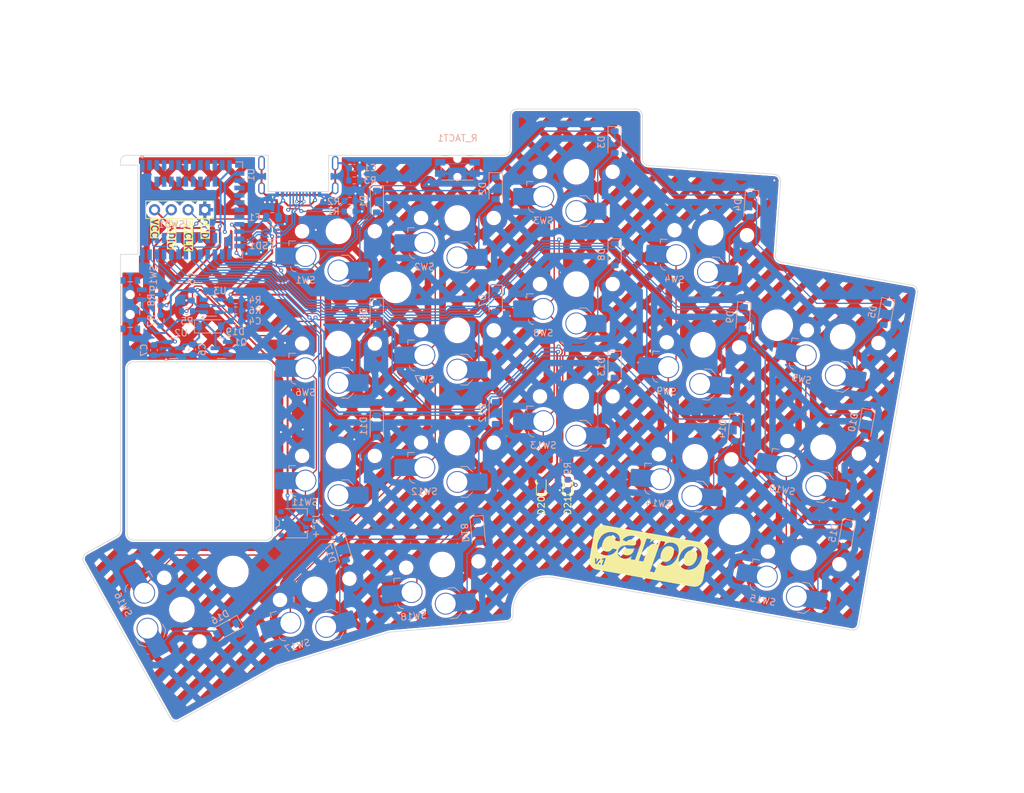
<source format=kicad_pcb>
(kicad_pcb (version 20240108) (generator "pcbnew") (generator_version "8.0")
  (layers (0 "F.Cu" signal) (31 "B.Cu" signal) (34 "B.Paste" user) (35 "F.Paste" user) (36 "B.SilkS" user "B.Silkscreen") (37 "F.SilkS" user "F.Silkscreen") (38 "B.Mask" user) (39 "F.Mask" user) (44 "Edge.Cuts" user))
  (net 0 "")
  (net 1 "Net-(D1-A)")
  (net 2 "+3V3")
  (net 3 "+BATT")
  (net 4 "Net-(D2-A)")
  (net 5 "ROW1")
  (net 6 "ROW2")
  (net 7 "Net-(D3-A)")
  (net 8 "Net-(D4-A)")
  (net 9 "ROW3")
  (net 10 "ROW4")
  (net 11 "Net-(D5-A)")
  (net 12 "Net-(D20-K)")
  (net 13 "Net-(D6-A)")
  (net 14 "Net-(D21-K)")
  (net 15 "BLUE_LED")
  (net 16 "D-")
  (net 17 "Net-(D7-A)")
  (net 18 "Net-(D8-A)")
  (net 19 "D+")
  (net 20 "/VUSB")
  (net 21 "Net-(D9-A)")
  (net 22 "SWDCLK")
  (net 23 "Net-(D10-A)")
  (net 24 "SWDIO")
  (net 25 "Net-(D11-A)")
  (net 26 "Net-(U3-STAT)")
  (net 27 "Net-(U3-PROG)")
  (net 28 "Net-(D12-A)")
  (net 29 "Net-(D16-A)")
  (net 30 "VSENSE")
  (net 31 "Net-(D13-A)")
  (net 32 "RESET")
  (net 33 "COL1")
  (net 34 "Net-(D14-A)")
  (net 35 "Net-(D15-A)")
  (net 36 "COL2")
  (net 38 "Net-(D17-A)")
  (net 39 "Net-(D18-A)")
  (net 40 "Earth")
  (net 41 "GND")
  (net 42 "VBUS")
  (net 43 "USBD-")
  (net 44 "Net-(J1-CC2)")
  (net 46 "USBD+")
  (net 47 "Net-(J1-CC1)")
  (net 82 "COL3")
  (net 83 "COL4")
  (net 84 "COL5")
  (net 85 "Net-(D19-K)")
  (net 86 "Net-(Q1-D)")
  (footprint "LED_SMD:LED_0603_1608Metric" (layer "F.Cu") (at 160.129532 107.3 90)
    (property "Reference" "D20")
    (property "Value" "RED")
  )
  (footprint "carpo:Header_SWD" (layer "F.Cu") (at 109.209532 65.65 -90)
    (property "Reference" "JSWD1")
    (property "Value" "SWD")
  )
  (footprint "carpo:StandoffHole_4.3mm" (layer "F.Cu") (at 195.845055 83.118956)
    (property "Reference" "H1" (hide yes))
    (property "Value" "MountingHole")
  )
  (footprint "carpo:StandoffHole_4.3mm" (layer "F.Cu") (at 138.075017 77.399999)
    (property "Reference" "H3" (hide yes))
    (property "Value" "MountingHole")
  )
  (footprint "carpo:StandoffHole_4.3mm" (layer "F.Cu") (at 113.452367 120.406206)
    (property "Reference" "H2" (hide yes))
    (property "Value" "MountingHole")
  )
  (footprint "LED_SMD:LED_0603_1608Metric" (layer "F.Cu") (at 164.129532 107.3 90)
    (property "Reference" "D21")
    (property "Value" "Blue LED")
  )
  (footprint "carpo:StandoffHole_4.3mm" (layer "F.Cu") (at 189.377096 114.041804)
    (property "Reference" "H4" (hide yes))
    (property "Value" "MountingHole")
  )
  (footprint "Diode_SMD:D_SOD-123" (layer "B.Cu") (at 209.284062 98.182108 -100)
    (property "Reference" "D10")
    (property "Value" "1N4148")
  )
  (footprint "marbastlib-choc:SW_choc_v1_HS_CPG135001S30_1u" (layer "B.Cu") (at 147.429532 100.9 180)
    (property "Reference" "SW12")
    (property "Value" "SW_SPST")
  )
  (footprint "Resistor_SMD:R_0603_1608Metric" (layer "B.Cu") (at 131.129532 65.9)
    (property "Reference" "R1")
    (property "Value" "5.1K")
  )
  (footprint "Diode_SMD:D_SOD-123" (layer "B.Cu") (at 130.062283 117.100872 -73)
    (property "Reference" "D17")
    (property "Value" "1N4148")
  )
  (footprint "Fuse:Fuse_0805_2012Metric" (layer "B.Cu") (at 119.429532 66.8)
    (property "Reference" "F1")
    (property "Value" "500mA")
  )
  (footprint "marbastlib-choc:SW_choc_v1_HS_CPG135001S30_1u" (layer "B.Cu") (at 129.429532 68.9 180)
    (property "Reference" "SW1")
    (property "Value" "SW_SPST")
  )
  (footprint "marbastlib-choc:SW_choc_v1_HS_CPG135001S30_1u" (layer "B.Cu") (at 129.429532 102.9 180)
    (property "Reference" "SW11")
    (property "Value" "SW_SPST")
  )
  (footprint "Capacitor_SMD:C_0603_1608Metric" (layer "B.Cu") (at 107.2 78.6 -90)
    (property "Reference" "C5")
    (property "Value" "4.7uF")
  )
  (footprint "Diode_SMD:D_SOD-123" (layer "B.Cu") (at 206.332043 114.92384 -100)
    (property "Reference" "D15")
    (property "Value" "1N4148")
  )
  (footprint "Diode_SMD:D_SOD-123" (layer "B.Cu") (at 153.230059 96.40065 -90)
    (property "Reference" "D12")
    (property "Value" "1N4148")
  )
  (footprint "Diode_SMD:D_SOD-123" (layer "B.Cu") (at 171.230059 89.40065 -90)
    (property "Reference" "D13")
    (property "Value" "1N4148")
  )
  (footprint "marbastlib-choc:SW_choc_v1_HS_CPG135001S30_1u" (layer "B.Cu") (at 185.77788 69.131336 176)
    (property "Reference" "SW4")
    (property "Value" "SW_SPST")
  )
  (footprint "marbastlib-choc:SW_choc_v1_HS_CPG135001S30_1u" (layer "B.Cu") (at 202.790354 101.605852 170)
    (property "Reference" "SW10")
    (property "Value" "SW_SPST")
  )
  (footprint "marbastlib-choc:SW_choc_v1_HS_CPG135001S30_1u" (layer "B.Cu") (at 145.147524 119.34472 -175)
    (property "Reference" "SW18")
    (property "Value" "SW_SPST")
  )
  (footprint "marbastlib-choc:SW_choc_v1_HS_CPG135001S30_1u" (layer "B.Cu") (at 147.429532 66.900001 180)
    (property "Reference" "SW2")
    (property "Value" "SW_SPST")
  )
  (footprint "marbastlib-various:nRF52840_holyiot_18010" (layer "B.Cu") (at 105.429532 65.65 -90)
    (property "Reference" "U1")
    (property "Value" "nRF52840_holyiot_18010")
  )
  (footprint "Diode_SMD:D_SOD-123" (layer "B.Cu") (at 135.230059 81.40065 -90)
    (property "Reference" "D6")
    (property "Value" "1N4148")
  )
  (footprint "marbastlib-choc:SW_choc_v1_HS_CPG135001S30_1u" (layer "B.Cu") (at 183.40616 103.048513 176)
    (property "Reference" "SW14")
    (property "Value" "SW_SPST")
  )
  (footprint "Diode_SMD:D_SOD-123" (layer "B.Cu") (at 135.230059 98.40065 -90)
    (property "Reference" "D11")
    (property "Value" "1N4148")
  )
  (footprint "Package_TO_SOT_SMD:SOT-23-5" (layer "B.Cu") (at 110.2 80.2)
    (property "Reference" "U3")
    (property "Value" "MCP73831")
  )
  (footprint "Diode_SMD:D_SOD-123" (layer "B.Cu") (at 189.506416 98.964747 -94)
    (property "Reference" "D14")
    (property "Value" "1N4148")
  )
  (footprint "Capacitor_SMD:C_0603_1608Metric" (layer "B.Cu") (at 107.3 86.8 -90)
    (property "Reference" "C6")
    (property "Value" "1uF")
  )
  (footprint "Diode_SMD:D_SOD-123" (layer "B.Cu") (at 190.692276 82.006158 -94)
    (property "Reference" "D9")
    (property "Value" "1N4148")
  )
  (footprint "marbastlib-choc:SW_choc_v1_HS_CPG135001S30_1.5u" (layer "B.Cu") (at 105.729913 126.172983 119)
    (property "Reference" "SW16")
    (property "Value" "SW_SPST")
  )
  (footprint "Diode_SMD:D_SOD-123" (layer "B.Cu") (at 191.878136 65.04757 -94)
    (property "Reference" "D4")
    (property "Value" "1N4148")
  )
  (footprint "Capacitor_SMD:C_0603_1608Metric" (layer "B.Cu") (at 131.829532 59.3 180)
    (property "Reference" "C1")
    (property "Value" "1nF")
  )
  (footprint "marbastlib-choc:SW_choc_v1_HS_CPG135001S30_1u" (layer "B.Cu") (at 147.429532 83.9 180)
    (property "Reference" "SW7")
    (property "Value" "SW_SPST")
  )
  (footprint "Button_Switch_SMD:Panasonic_EVQPUL_EVQPUC" (layer "B.Cu") (at 147.429532 59.31 180)
    (property "Reference" "R_TACT1")
    (property "Value" "SW_Push")
  )
  (footprint "Diode_SMD:D_SOD-123" (layer "B.Cu") (at 110 83.3)
    (property "Reference" "D19")
    (property "Value" "1N5819W")
  )
  (footprint "Resistor_SMD:R_0603_1608Metric" (layer "B.Cu") (at 113.9 79.3 180)
    (property "Reference" "R4")
    (property "Value" "100k")
  )
  (footprint "marbastlib-choc:SW_choc_v1_HS_CPG135001S30_1u" (layer "B.Cu") (at 199.838335 118.347584 170)
    (property "Reference" "SW15")
    (property "Value" "SW_SPST")
  )
  (footprint "Resistor_SMD:R_0603_1608Metric" (layer "B.Cu") (at 131.829532 61.2 180)
    (property "Reference" "R3")
    (property "Value" "1M")
  )
  (footprint "Capacitor_SMD:C_0603_1608Metric" (layer "B.Cu") (at 101.5 86.9 -90)
    (property "Reference" "C7")
    (property "Value" "1uF")
  )
  (footprint "Diode_SMD:D_SOD-123" (layer "B.Cu") (at 153.230059 62.400651 -90)
    (property "Reference" "D2")
    (property "Value" "1N4148")
  )
  (footprint "Button_Switch_SMD:SW_SPDT_PCM12" (layer "B.Cu") (at 98.229532 80 90)
    (property "Reference" "SW19")
    (property "Value" "ON_OFF")
  )
  (footprint "Diode_SMD:D_SOD-123" (layer "B.Cu") (at 171.230059 55.40065 -90)
    (property "Reference" "D3")
    (property "Value" "1N4148")
  )
  (footprint "Resistor_SMD:R_0603_1608Metric" (layer "B.Cu") (at 102.5 79.3 90)
    (property "Reference" "R8")
    (property "Value" "2M")
  )
  (footprint "Diode_SMD:D_SOD-123" (layer "B.Cu") (at 135.230059 64.40065 -90)
    (property "Reference" "D1")
    (property "Value" "1N4148")
  )
  (footprint "Diode_SMD:D_SOD-123" (layer "B.Cu") (at 153.230059 79.40065 -90)
    (property "Reference" "D7")
    (property "Value" "1N4148")
  )
  (footprint "marbastlib-choc:SW_choc_v1_HS_CPG135001S30_1u" (layer "B.Cu") (at 165.429532 76.9 180)
    (property "Reference" "SW8")
    (property "Value" "SW_SPST")
  )
  (footprint "marbastlib-choc:SW_choc_v1_HS_CPG135001S30_1u" (layer "B.Cu") (at 125.830694 123.099532 -163)
    (property "Reference" "SW17")
    (property "Value" "SW_SPST")
  )
  (footprint "Capacitor_SMD:C_0603_1608Metric" (layer "B.Cu") (at 113.9 82.5)
    (property "Reference" "C4")
    (property "Value" "4.7uF")
  )
  (footprint "Package_TO_SOT_SMD:SOT-23" (layer "B.Cu") (at 111.7375 86.6 180)
    (property "Reference" "Q1")
    (property "Value" "AO3401A")
  )
  (footprint "Diode_SMD:D_SOD-123" (layer "B.Cu") (at 150.533834 114.356942 -85)
    (property "Reference" "D18")
    (property "Value" "1N4148")
  )
  (footprint "marbastlib-choc:SW_choc_v1_HS_CPG135001S30_1u" (layer "B.Cu") (at 165.429532 59.9 180)
    (property "Reference" "SW3")
    (property "Value" "SW_SPST")
  )
  (footprint "carpo:USB-C_C168688" (layer "B.Cu") (at 123.357532 62.897 180)
    (property "Reference" "J1" (hide yes))
    (property "Value" "USB_C_Receptacle")
  )
  (footprint "Resistor_SMD:R_0603_1608Metric" (layer "B.Cu") (at 131.129532 64.3)
    (property "Reference" "R2")
    (property "Value" "5.1K")
  )
  (footprint "Resistor_SMD:R_0603_1608Metric" (layer "B.Cu") (at 102.5 82.4 90)
    (property "Reference" "R7")
    (property "Value" "806/820k")
  )
  (footprint "Package_TO_SOT_SMD:SOT-23" (layer "B.Cu") (at 104.5 86.6)
    (property "Reference" "U2")
    (property "Value" "XC6206P LDO")
  )
  (footprint "Package_TO_SOT_SMD:SOT-666" (layer "B.Cu") (at 119.429532 69.2 180)
    (property "Reference" "ESD1")
    (property "Value" "USBLC6-2P6")
  )
  (footprint "Diode_SMD:D_SOD-123" (layer "B.Cu") (at 112.477285 129.06491 -151)
    (property "Reference" "D16")
    (property "Value" "1N4148")
  )
  (footprint "Diode_SMD:D_SOD-123" (layer "B.Cu") (at 171.230059 72.40065 -90)
    (property "Reference" "D8")
    (property "Value" "1N4148")
  )
  (footprint "marbastlib-choc:SW_choc_v1_HS_CPG135001S30_1u" (layer "B.Cu") (at 184.59202 86.089924 176)
    (property "Reference" "SW9")
    (property "Value" "SW_SPST")
  )
  (footprint "Resistor_SMD:R_0603_1608Metric" (layer "B.Cu") (at 113.9 80.9)
    (property "Reference" "R6")
    (property "Value" "RPROG")
  )
  (footprint "Connector_Molex:Molex_Pico-EZmate_78171-0002_1x02-1MP_P1.20mm_Vertical" (layer "B.Cu") (at 122.629532 113.1 90)
    (property "Reference" "J2")
    (property "Value" "BATT_CONN1")
  )
  (footprint "Resistor_SMD:R_0603_1608Metric" (layer "B.Cu") (at 106.5 81 180)
    (property "Reference" "R5")
    (property "Value" "1k")
  )
  (footprint "marbastlib-choc:SW_choc_v1_HS_CPG135001S30_1u" (layer "B.Cu") (at 165.429532 93.9 180)
    (property "Reference" "SW13")
    (property "Value" "SW_SPST")
  )
  (footprint "marbastlib-choc:SW_choc_v1_HS_CPG135001S30_1u" (layer "B.Cu") (at 129.429532 85.9 180)
    (property "Reference" "SW6")
    (property "Value" "SW_SPST")
  )
  (footprint "Diode_SMD:D_SOD-123" (layer "B.Cu") (at 212.236081 81.440376 -100)
    (property "Reference" "D5")
    (property "Value" "1N4148")
  )
  (footprint "marbastlib-choc:SW_choc_v1_HS_CPG135001S30_1u" (layer "B.Cu") (at 205.742373 84.86412 170)
    (property "Reference" "SW5")
    (property "Value" "SW_SPST")
  )
  (footprint "Resistor_SMD:R_0603_1608Metric" (layer "B.Cu") (at 164.129532 107.3 -90)
    (property "Reference" "R9")
    (property "Value" "1K")
  )
  (gr_poly (pts (xy 179.653034 116.580849) (xy 179.705898 116.594774) (xy 179.755976 116.6112) (xy 179.803293 116.630063) (xy 179.84787 116.651302) (xy 179.889732 116.674858) (xy 179.928903 116.700668) (xy 179.965405 116.728673) (xy 179.999263 116.758811) (xy 180.0305 116.79102) (xy 180.059138 116.82524) (xy 180.085202 116.861411) (xy 180.108717 116.89947) (xy 180.129704 116.939356) (xy 180.148188 116.98101) (xy 180.164192 117.02437) (xy 180.17774 117.069375) (xy 180.188854 117.115963) (xy 180.197558 117.164074) (xy 180.203877 117.213647) (xy 180.207834 117.264621) (xy 180.209452 117.316935) (xy 180.208754 117.370527) (xy 180.205765 117.425337) (xy 180.200508 117.481304) (xy 180.193005 117.538367) (xy 180.183282 117.596465) (xy 180.17136 117.655536) (xy 180.157265 117.71552) (xy 180.141018 117.776356) (xy 180.122645 117.837983) (xy 180.102168 117.900339) (xy 180.053948 118.024049) (xy 180.000147 118.142246) (xy 179.940954 118.25441) (xy 179.876561 118.360025) (xy 179.807157 118.458571) (xy 179.732935 118.549529) (xy 179.654083 118.632383) (xy 179.570793 118.706612) (xy 179.527542 118.74033) (xy 179.483253 118.771699) (xy 179.437951 118.800652) (xy 179.391657 118.827124) (xy 179.344397 118.851052) (xy 179.296194 118.872372) (xy 179.247072 118.891016) (xy 179.197055 118.90692) (xy 179.146165 118.920021) (xy 179.094428 118.930254) (xy 179.041868 118.937553) (xy 178.988506 118.941852) (xy 178.934369 118.943089) (xy 178.87948 118.941198) (xy 178.823861 118.936114) (xy 178.767538 118.927772) (xy 178.71445 118.916921) (xy 178.663851 118.90356) (xy 178.615737 118.88774) (xy 178.570102 118.869508) (xy 178.526943 118.848913) (xy 178.486253 118.826007) (xy 178.448031 118.800835) (xy 178.412268 118.773449) (xy 178.378961 118.743896) (xy 178.348105 118.712226) (xy 178.319696 118.678488) (xy 178.293729 118.642731) (xy 178.270199 118.605003) (xy 178.249101 118.565355) (xy 178.230431 118.523834) (xy 178.214182 118.48049) (xy 178.200352 118.435372) (xy 178.188935 118.388528) (xy 178.179926 118.340008) (xy 178.173321 118.289861) (xy 178.169115 118.238136) (xy 178.167302 118.184881) (xy 178.167879 118.130147) (xy 178.17084 118.073981) (xy 178.176182 118.016433) (xy 178.183898 117.957551) (xy 178.193984 117.897386) (xy 178.206436 117.835984) (xy 178.221248 117.773396) (xy 178.238417 117.709673) (xy 178.257936 117.644859) (xy 178.279802 117.579007) (xy 178.328496 117.450628) (xy 178.382594 117.329446) (xy 178.4419 117.215784) (xy 178.506218 117.109965) (xy 178.575352 117.012311) (xy 178.649104 116.923148) (xy 178.727278 116.842797) (xy 178.809676 116.77158) (xy 178.852398 116.739498) (xy 178.896103 116.709822) (xy 178.940766 116.682591) (xy 178.986361 116.657845) (xy 179.032865 116.635625) (xy 179.080254 116.615972) (xy 179.128503 116.598927) (xy 179.177586 116.584527) (xy 179.22748 116.572816) (xy 179.278158 116.563833) (xy 179.329599 116.557618) (xy 179.381776 116.554212) (xy 179.434667 116.553655) (xy 179.488242 116.555988) (xy 179.542483 116.56125) (xy 179.597361 116.569483)) (stroke (width -0.000001)) (fill solid) (layer "F.SilkS"))
  (gr_poly (pts (xy 184.522801 116.037061) (xy 184.757606 116.158044) (xy 184.960244 116.319176) (xy 185.126258 116.513761) (xy 185.252375 116.736404) (xy 185.334436 116.98184) (xy 185.367828 117.243843) (xy 185.347919 117.51338) (xy 184.626172 121.606611) (xy 184.552702 121.866654) (xy 184.431713 122.101435) (xy 184.270648 122.304051) (xy 184.075998 122.470085) (xy 183.853443 122.596156) (xy 183.607907 122.678311) (xy 183.345893 122.711643) (xy 183.076439 122.691789) (xy 168.491473 120.120066) (xy 168.231384 120.046547) (xy 167.996571 119.925611) (xy 167.794035 119.764449) (xy 167.627931 119.569847) (xy 167.501901 119.347268) (xy 167.419753 119.101767) (xy 167.386365 118.839765) (xy 167.406259 118.570276) (xy 167.463161 118.247566) (xy 168.269002 118.389657) (xy 168.27431 119.215882) (xy 168.524455 119.25999) (xy 168.597234 119.164463) (xy 168.850318 119.209089) (xy 168.849283 119.215474) (xy 168.848571 119.221818) (xy 168.848179 119.228113) (xy 168.8481 119.234349) (xy 168.848331 119.240517) (xy 168.848865 119.246611) (xy 168.849697 119.252618) (xy 168.850824 119.258532) (xy 168.85224 119.264343) (xy 168.85394 119.270043) (xy 168.855918 119.275622) (xy 168.858171 119.281073) (xy 168.860692 119.286385) (xy 168.863477 119.29155) (xy 168.866521 119.296559) (xy 168.869819 119.301405) (xy 168.873366 119.306077) (xy 168.877157 119.310565) (xy 168.881187 119.314863) (xy 168.885451 119.318962) (xy 168.889944 119.322851) (xy 168.894661 119.326523) (xy 168.899596 119.329968) (xy 168.904746 119.333178) (xy 168.910105 119.336143) (xy 168.915667 119.338856) (xy 168.921429 119.341307) (xy 168.927385 119.343486) (xy 168.93353 119.345387) (xy 168.939859 119.346999) (xy 168.946366 119.348314) (xy 168.952495 119.349227) (xy 168.958658 119.349818) (xy 168.964842 119.350091) (xy 168.971038 119.350054) (xy 168.977233 119.349712) (xy 168.983414 119.349069) (xy 168.989572 119.348135) (xy 168.995694 119.346913) (xy 169.001769 119.345409) (xy 169.007785 119.34363) (xy 169.013731 119.341581) (xy 169.019595 119.339268) (xy 169.025365 119.336698) (xy 169.031029 119.333877) (xy 169.036578 119.330809) (xy 169.041997 119.327501) (xy 169.047278 119.323959) (xy 169.052406 119.320189) (xy 169.057373 119.316198) (xy 169.062163 119.311989) (xy 169.066769 119.30757) (xy 169.071175 119.302947) (xy 169.075373 119.298126) (xy 169.07935 119.293112) (xy 169.083095 119.287912) (xy 169.086596 119.28253) (xy 169.089841 119.276974) (xy 169.092819 119.271249) (xy 169.095518 119.265361) (xy 169.097927 119.259317) (xy 169.100034 119.253121) (xy 169.101827 119.24678) (xy 169.103306 119.240532) (xy 169.10443 119.234306) (xy 169.105207 119.228111) (xy 169.105645 119.221954) (xy 169.10575 119.215848) (xy 169.10553 119.2098) (xy 169.104991 119.20382) (xy 169.104141 119.197917) (xy 169.102987 119.1921) (xy 169.101536 119.186379) (xy 169.099795 119.180763) (xy 169.097772 119.175262) (xy 169.095473 119.169884) (xy 169.092904 119.164639) (xy 169.090075 119.159537) (xy 169.086991 119.154586) (xy 169.08366 119.149797) (xy 169.080089 119.145177) (xy 169.076285 119.140737) (xy 169.072256 119.136487) (xy 169.068008 119.132434) (xy 169.063547 119.12859) (xy 169.058882 119.124962) (xy 169.05402 119.12156) (xy 169.048967 119.118393) (xy 169.043732 119.115473) (xy 169.03832 119.112805) (xy 169.03274 119.110402) (xy 169.026997 119.108271) (xy 169.0211 119.106423) (xy 169.015055 119.104866) (xy 169.008869 119.10361) (xy 169.002372 119.102626) (xy 168.995876 119.101963) (xy 168.989389 119.101615) (xy 168.982923 119.101573) (xy 168.976486 119.101835) (xy 168.97009 119.102394) (xy 168.963746 119.103246) (xy 168.957462 119.104382) (xy 168.95125 119.105798) (xy 168.94512 119.10749) (xy 168.939082 119.109449) (xy 168.933146 119.111673) (xy 168.927322 119.114153) (xy 168.921621 119.116885) (xy 168.916053 119.119863) (xy 168.910628 119.123082) (xy 168.905358 119.126536) (xy 168.900249 119.130219) (xy 168.895316 119.134126) (xy 168.890567 119.13825) (xy 168.886013 119.142587) (xy 168.881663 119.14713) (xy 168.877528 119.151874) (xy 168.873618 119.156813) (xy 168.869944 119.161942) (xy 168.866516 119.167254) (xy 168.863343 119.172745) (xy 168.860438 119.178407) (xy 168.857809 119.184237) (xy 168.855465 119.190229) (xy 168.85342 119.196375) (xy 168.851682 119.202672) (xy 168.850318 119.209089) (xy 168.597234 119.164463) (xy 169.00911 118.623855) (xy 169.279187 118.671477) (xy 169.576116 118.565902) (xy 169.582405 118.567011) (xy 169.290287 119.395027) (xy 169.515923 119.434812) (xy 169.607425 119.175343) (xy 176.57933 120.404677) (xy 177.253674 120.523582) (xy 177.884528 118.739494) (xy 177.925077 118.746644) (xy 177.948056 118.843012) (xy 177.963373 118.89576) (xy 177.982136 118.950601) (xy 178.005017 119.006823) (xy 178.032685 119.063711) (xy 178.048523 119.092181) (xy 178.065812 119.120553) (xy 178.084631 119.148734) (xy 178.105067 119.176635) (xy 178.127203 119.204169) (xy 178.151123 119.231246) (xy 178.176911 119.257777) (xy 178.20465 119.283673) (xy 178.234425 119.308844) (xy 178.266319 119.333202) (xy 178.300416 119.356657) (xy 178.336799 119.37912) (xy 178.375553 119.400503) (xy 178.416763 119.420715) (xy 178.460511 119.439668) (xy 178.50688 119.457274) (xy 178.555957 119.473442) (xy 178.607823 119.488083) (xy 178.662564 119.501109) (xy 178.720261 119.51243) (xy 178.798908 119.524275) (xy 178.877478 119.532087) (xy 178.955887 119.535895) (xy 179.034052 119.535725) (xy 179.111888 119.531607) (xy 179.189311 119.523565) (xy 179.266236 119.511627) (xy 179.342582 119.495823) (xy 179.418262 119.476177) (xy 179.493193 119.452718) (xy 179.567291 119.425473) (xy 179.640473 119.394471) (xy 179.712653 119.359736) (xy 179.783748 119.321298) (xy 179.853674 119.279184) (xy 179.922347 119.23342) (xy 179.989684 119.184035) (xy 180.055599 119.131055) (xy 180.120009 119.074508) (xy 180.182829 119.01442) (xy 180.243977 118.950821) (xy 180.303369 118.883737) (xy 180.360917 118.813195) (xy 180.416543 118.739222) (xy 180.470157 118.661847) (xy 180.52168 118.581095) (xy 180.571025 118.496996) (xy 180.618108 118.409575) (xy 180.631706 118.382003) (xy 180.969433 118.441554) (xy 180.954611 118.533566) (xy 180.944116 118.623825) (xy 180.937918 118.712257) (xy 180.935986 118.798786) (xy 180.93829 118.883335) (xy 180.944799 118.965831) (xy 180.955483 119.046198) (xy 180.970309 119.124361) (xy 180.98925 119.200245) (xy 181.012272 119.273774) (xy 181.039347 119.344873) (xy 181.070445 119.413467) (xy 181.105532 119.47948) (xy 181.14458 119.542838) (xy 181.187557 119.603465) (xy 181.234433 119.661288) (xy 181.285178 119.716228) (xy 181.339761 119.768212) (xy 181.398152 119.817164) (xy 181.460319 119.863011) (xy 181.526232 119.905675) (xy 181.595861 119.945082) (xy 181.669175 119.981155) (xy 181.746142 120.013822) (xy 181.826734 120.043006) (xy 181.910919 120.068632) (xy 181.998667 120.090624) (xy 182.089947 120.108909) (xy 182.179726 120.122637) (xy 182.268871 120.132095) (xy 182.357307 120.137332) (xy 182.444958 120.1384) (xy 182.531751 120.135349) (xy 182.617609 120.128231) (xy 182.702457 120.117097) (xy 182.786222 120.101998) (xy 182.868828 120.082984) (xy 182.950198 120.060107) (xy 183.03026 120.033419) (xy 183.108938 120.00297) (xy 183.186156 119.968811) (xy 183.261838 119.930994) (xy 183.335912 119.889568) (xy 183.408302 119.844586) (xy 183.478933 119.796098) (xy 183.547728 119.744156) (xy 183.614614 119.688811) (xy 183.679516 119.630113) (xy 183.742358 119.568114) (xy 183.803065 119.502865) (xy 183.861563 119.434417) (xy 183.917777 119.36282) (xy 183.971631 119.288127) (xy 184.023051 119.210388) (xy 184.07196 119.129655) (xy 184.118285 119.045977) (xy 184.16195 118.959406) (xy 184.202881 118.869994) (xy 184.241002 118.777792) (xy 184.276238 118.68285) (xy 184.308572 118.583925) (xy 184.33645 118.48649) (xy 184.359906 118.39062) (xy 184.378972 118.29639) (xy 184.393678 118.203874) (xy 184.404057 118.113145) (xy 184.410142 118.024276) (xy 184.411964 117.937345) (xy 184.409555 117.852423) (xy 184.402947 117.769585) (xy 184.392173 117.688907) (xy 184.377263 117.61046) (xy 184.358251 117.534321) (xy 184.335169 117.460562) (xy 184.308048 117.389259) (xy 184.27692 117.320485) (xy 184.241818 117.254315) (xy 184.202772 117.190823) (xy 184.159817 117.130083) (xy 184.112982 117.072168) (xy 184.062301 117.017154) (xy 184.007806 116.965115) (xy 183.949527 116.916124) (xy 183.887499 116.870256) (xy 183.821752 116.827586) (xy 183.752319 116.788186) (xy 183.67923 116.752132) (xy 183.602519 116.719497) (xy 183.522219 116.690358) (xy 183.438359 116.664785) (xy 183.350973 116.642854) (xy 183.260093 116.624641) (xy 183.169899 116.610839) (xy 183.080368 116.601315) (xy 182.991571 116.596018) (xy 182.903584 116.5949) (xy 182.816483 116.597908) (xy 182.730342 116.604996) (xy 182.645235 116.616112) (xy 182.561237 116.631206) (xy 182.478424 116.650229) (xy 182.396869 116.673131) (xy 182.316649 116.699862) (xy 182.237837 116.730372) (xy 182.160509 116.764611) (xy 182.084738 116.802531) (xy 182.010601 116.844079) (xy 181.938172 116.889208) (xy 181.867525 116.937867) (xy 181.798737 116.990006) (xy 181.731879 117.045576) (xy 181.667029 117.104526) (xy 181.604261 117.166807) (xy 181.54365 117.232369) (xy 181.48527 117.301162) (xy 181.429197 117.373136) (xy 181.375504 117.448242) (xy 181.324267 117.526429) (xy 181.275561 117.607648) (xy 181.22946 117.69185) (xy 181.18604 117.778983) (xy 181.145375 117.868999) (xy 181.107539 117.961848) (xy 181.072609 118.057478) (xy 181.040171 118.15575) (xy 181.012183 118.25257) (xy 180.988614 118.347863) (xy 180.969433 118.441554) (xy 180.631706 118.382003) (xy 180.662847 118.31886) (xy 180.705155 118.224879) (xy 180.744952 118.12766) (xy 180.78215 118.027229) (xy 180.815801 117.92599) (xy 180.844989 117.826796) (xy 180.869775 117.729693) (xy 180.890218 117.634732) (xy 180.906375 117.541957) (xy 180.918308 117.451419) (xy 180.926076 117.363164) (xy 180.929737 117.277241) (xy 180.92935 117.193698) (xy 180.924975 117.112581) (xy 180.916672 117.03394) (xy 180.9045 116.957823) (xy 180.888516 116.884277) (xy 180.868782 116.81335) (xy 180.845356 116.74509) (xy 180.818296 116.679545) (xy 180.787665 116.616763) (xy 180.753519 116.556792) (xy 180.715919 116.499679) (xy 180.674922 116.445473) (xy 180.63059 116.394221) (xy 180.58298 116.345973) (xy 180.532152 116.300774) (xy 180.478167 116.258674) (xy 180.421081 116.219721) (xy 180.360956 116.183961) (xy 180.29785 116.151443) (xy 180.231822 116.122216) (xy 180.162931 116.096326) (xy 180.091239 116.073822) (xy 180.016801 116.054751) (xy 179.939679 116.039163) (xy 179.880214 116.029844) (xy 179.822336 116.02307) (xy 179.766026 116.018727) (xy 179.711267 116.016705) (xy 179.658043 116.016895) (xy 179.606334 116.019184) (xy 179.556123 116.023462) (xy 179.507394 116.029617) (xy 179.414308 116.047119) (xy 179.326937 116.070803) (xy 179.245139 116.099782) (xy 179.168775 116.13317) (xy 179.097702 116.170081) (xy 179.031784 116.209627) (xy 178.970877 116.250922) (xy 178.914842 116.29308) (xy 178.863539 116.335214) (xy 178.816828 116.376437) (xy 178.736619 116.452605) (xy 178.680209 116.442658) (xy 178.87173 115.897362) (xy 178.213153 115.781237) (xy 176.57933 120.404677) (xy 169.607425 119.175343) (xy 169.881248 118.398877) (xy 169.6691 118.36147) (xy 169.347823 118.47727) (xy 169.279187 118.671477) (xy 169.00911 118.623855) (xy 169.078757 118.532439) (xy 168.835452 118.489538) (xy 168.473391 119.016181) (xy 168.465005 119.014702) (xy 168.495181 118.429539) (xy 168.269002 118.389657) (xy 167.463161 118.247566) (xy 167.83447 116.141768) (xy 168.640482 116.28389) (xy 168.625489 116.373125) (xy 168.614633 116.460849) (xy 168.607901 116.546976) (xy 168.605282 116.631421) (xy 168.606762 116.714099) (xy 168.61233 116.794926) (xy 168.621973 116.873814) (xy 168.63568 116.95068) (xy 168.653437 117.025437) (xy 168.675234 117.098003) (xy 168.701057 117.16829) (xy 168.730893 117.236213) (xy 168.764733 117.301687) (xy 168.802562 117.364628) (xy 168.844369 117.424949) (xy 168.890141 117.482566) (xy 168.939867 117.537394) (xy 168.993532 117.589347) (xy 169.051128 117.638341) (xy 169.112639 117.684289) (xy 169.178055 117.727107) (xy 169.247363 117.76671) (xy 169.32055 117.803011) (xy 169.397605 117.835928) (xy 169.478516 117.865373) (xy 169.563269 117.891262) (xy 169.651853 117.913509) (xy 169.744257 117.93203) (xy 169.820435 117.943987) (xy 169.895846 117.952896) (xy 169.970442 117.958808) (xy 170.044175 117.961772) (xy 170.18887 117.959058) (xy 170.329558 117.945157) (xy 170.465865 117.920468) (xy 170.597416 117.885391) (xy 170.723841 117.840329) (xy 170.844764 117.785682) (xy 170.959813 117.721851) (xy 171.068614 117.649237) (xy 171.170792 117.568241) (xy 171.265976 117.479264) (xy 171.35379 117.382704) (xy 171.394305 117.330215) (xy 171.718975 117.387463) (xy 171.709621 117.444961) (xy 171.703621 117.501167) (xy 171.700911 117.556057) (xy 171.701429 117.609606) (xy 171.705113 117.661789) (xy 171.711899 117.712581) (xy 171.721727 117.761956) (xy 171.734531 117.80989) (xy 171.750253 117.856357) (xy 171.768827 117.901334) (xy 171.790193 117.944794) (xy 171.814287 117.986712) (xy 171.841048 118.027064) (xy 171.870411 118.065824) (xy 171.902316 118.102967) (xy 171.9367 118.13847) (xy 171.973501 118.172304) (xy 172.012655 118.204447) (xy 172.054102 118.234873) (xy 172.097776 118.263557) (xy 172.143619 118.290474) (xy 172.191565 118.315599) (xy 172.241553 118.338907) (xy 172.293521 118.360373) (xy 172.347406 118.379971) (xy 172.403145 118.397677) (xy 172.460677 118.413466) (xy 172.519938 118.427312) (xy 172.580867 118.439191) (xy 172.686482 118.454379) (xy 172.788467 118.462384) (xy 172.886744 118.463679) (xy 172.981236 118.458738) (xy 173.071868 118.448033) (xy 173.158561 118.432039) (xy 173.24124 118.411229) (xy 173.319828 118.386077) (xy 173.394247 118.357055) (xy 173.464421 118.324638) (xy 173.530273 118.289299) (xy 173.591728 118.251511) (xy 173.648707 118.21175) (xy 173.701134 118.170486) (xy 173.748933 118.128194) (xy 173.792025 118.085348) (xy 173.819091 118.090121) (xy 173.654379 118.549441) (xy 174.312954 118.665565) (xy 174.893075 118.767856) (xy 175.567419 118.886761) (xy 176.287831 116.832425) (xy 176.303802 116.791806) (xy 176.321467 116.752286) (xy 176.340775 116.713897) (xy 176.361674 116.676663) (xy 176.384113 116.640617) (xy 176.40804 116.605786) (xy 176.433405 116.572199) (xy 176.460153 116.539884) (xy 176.488237 116.508871) (xy 176.517603 116.479189) (xy 176.5482 116.450865) (xy 176.579976 116.42393) (xy 176.61288 116.398412) (xy 176.646861 116.374339) (xy 176.681866 116.351741) (xy 176.717846 116.330646) (xy 176.754748 116.311083) (xy 176.79252 116.293081) (xy 176.831111 116.276668) (xy 176.870469 116.261875) (xy 176.910544 116.248728) (xy 176.951283 116.237257) (xy 176.992636 116.227492) (xy 177.034551 116.21946) (xy 177.076975 116.21319) (xy 177.119858 116.208712) (xy 177.163148 116.206054) (xy 177.206795 116.205245) (xy 177.250746 116.206313) (xy 177.294949 116.209288) (xy 177.339354 116.214198) (xy 177.383908 116.221074) (xy 177.437425 116.231639) (xy 177.490487 116.244112) (xy 177.541791 116.257853) (xy 177.590038 116.272227) (xy 177.633925 116.286596) (xy 177.672151 116.300322) (xy 177.703415 116.31277) (xy 177.726415 116.323299) (xy 177.948408 115.697348) (xy 177.935051 115.692507) (xy 177.920426 115.687702) (xy 177.887977 115.678252) (xy 177.852266 115.6691) (xy 177.814499 115.660351) (xy 177.77588 115.652107) (xy 177.737616 115.64447) (xy 177.66697 115.631435) (xy 177.59061 115.620728) (xy 177.513968 115.615399) (xy 177.437347 115.615367) (xy 177.361045 115.620552) (xy 177.285363 115.630876) (xy 177.210602 115.646258) (xy 177.137062 115.666616) (xy 177.065042 115.691873) (xy 176.994845 115.721948) (xy 176.926769 115.756761) (xy 176.861117 115.796233) (xy 176.798186 115.840282) (xy 176.738279 115.888831) (xy 176.681696 115.941797) (xy 176.628736 115.999103) (xy 176.579701 116.060667) (xy 176.543614 116.054304) (xy 176.73315 115.520273) (xy 176.081317 115.405337) (xy 174.893075 118.767856) (xy 174.312954 118.665565) (xy 175.099791 116.432232) (xy 175.129018 116.34235) (xy 175.152232 116.256171) (xy 175.16966 116.173623) (xy 175.181525 116.094627) (xy 175.188057 116.019112) (xy 175.189481 115.947002) (xy 175.186022 115.878221) (xy 175.177906 115.812695) (xy 175.16536 115.75035) (xy 175.14861 115.691113) (xy 175.127881 115.634905) (xy 175.1034 115.581654) (xy 175.075393 115.531286) (xy 175.044086 115.483725) (xy 175.009704 115.438896) (xy 174.972476 115.396725) (xy 174.932625 115.357138) (xy 174.890377 115.320058) (xy 174.845961 115.285413) (xy 174.7996 115.253126) (xy 174.751522 115.223125) (xy 174.701952 115.195333) (xy 174.599243 115.146078) (xy 174.493279 115.104766) (xy 174.385869 115.070798) (xy 174.278824 115.043579) (xy 174.173949 115.022509) (xy 174.05594 115.004785) (xy 173.937296 114.993243) (xy 173.818426 114.988148) (xy 173.69974 114.989762) (xy 173.58165 114.998349) (xy 173.464565 115.014171) (xy 173.348896 115.037492) (xy 173.235052 115.068575) (xy 173.123444 115.107683) (xy 173.014484 115.155079) (xy 172.90858 115.211027) (xy 172.806141 115.27579) (xy 172.707582 115.34963) (xy 172.613309 115.432811) (xy 172.567909 115.477987) (xy 172.523735 115.525596) (xy 172.480837 115.575673) (xy 172.439268 115.62825) (xy 173.018267 115.87917) (xy 173.055357 115.838344) (xy 173.096176 115.798738) (xy 173.140633 115.760682) (xy 173.188636 115.724502) (xy 173.240094 115.690526) (xy 173.267089 115.674466) (xy 173.294914 115.659081) (xy 173.323556 115.644411) (xy 173.353003 115.630496) (xy 173.383247 115.617379) (xy 173.414272 115.605099) (xy 173.446069 115.593698) (xy 173.478627 115.583216) (xy 173.511933 115.573695) (xy 173.545977 115.565176) (xy 173.580746 115.5577) (xy 173.616229 115.551307) (xy 173.652415 115.546038) (xy 173.689293 115.541936) (xy 173.726849 115.539039) (xy 173.765074 115.537391) (xy 173.803956 115.53703) (xy 173.843484 115.538) (xy 173.883645 115.540339) (xy 173.924428 115.54409) (xy 173.965822 115.549293) (xy 174.007815 115.55599) (xy 174.047528 115.563685) (xy 174.085478 115.572446) (xy 174.121671 115.582261) (xy 174.156115 115.593117) (xy 174.188818 115.605005) (xy 174.219785 115.617909) (xy 174.249026 115.63182) (xy 174.276547 115.646725) (xy 174.302354 115.662612) (xy 174.326456 115.67947) (xy 174.34886 115.697286) (xy 174.369572 115.716048) (xy 174.3886 115.735746) (xy 174.405951 115.756365) (xy 174.421633 115.777894) (xy 174.435652 115.800323) (xy 174.448015 115.823638) (xy 174.458731 115.847829) (xy 174.467806 115.872881) (xy 174.475248 115.898785) (xy 174.481062 115.925528) (xy 174.485259 115.953097) (xy 174.487843 115.981482) (xy 174.488822 116.01067) (xy 174.488203 116.040649) (xy 174.485995 116.071407) (xy 174.482204 116.102933) (xy 174.476835 116.135214) (xy 174.469899 116.168239) (xy 174.461402 116.201995) (xy 174.451349 116.23647) (xy 174.43975 116.271653) (xy 174.436964 116.287452) (xy 174.428451 116.308553) (xy 174.418895 116.32806) (xy 174.408256 116.346024) (xy 174.396494 116.3625) (xy 174.383572 116.377543) (xy 174.36945 116.391204) (xy 174.354088 116.403538) (xy 174.337446 116.414598) (xy 174.319488 116.424438) (xy 174.300171 116.433111) (xy 174.279459 116.440671) (xy 174.257311 116.447171) (xy 174.233688 116.452665) (xy 174.208551 116.457206) (xy 174.18186 116.460849) (xy 174.153577 116.463646) (xy 174.123662 116.465651) (xy 174.092077 116.466917) (xy 174.058781 116.467499) (xy 174.023736 116.46745) (xy 173.94824 116.465671) (xy 173.865275 116.46201) (xy 173.45246 116.437105) (xy 173.323902 116.430566) (xy 173.194997 116.427086) (xy 173.066484 116.427571) (xy 172.939101 116.432929) (xy 172.81359 116.444066) (xy 172.690686 116.46189) (xy 172.571132 116.487309) (xy 172.455665 116.521228) (xy 172.345025 116.564556) (xy 172.291746 116.590031) (xy 172.23995 116.618199) (xy 172.189731 116.649172) (xy 172.14118 116.683064) (xy 172.094391 116.719988) (xy 172.049455 116.760059) (xy 172.006465 116.803388) (xy 171.965512 116.85009) (xy 171.926691 116.900278) (xy 171.890092 116.954066) (xy 171.855808 117.011567) (xy 171.823933 117.072893) (xy 171.794557 117.138159) (xy 171.767774 117.207477) (xy 171.747988 117.268697) (xy 171.731743 117.328701) (xy 171.718975 117.387463) (xy 171.394305 117.330215) (xy 171.433863 117.278967) (xy 171.505821 117.16845) (xy 171.569289 117.051556) (xy 170.910707 116.93543) (xy 170.89012 116.967525) (xy 170.868672 116.998531) (xy 170.846385 117.028436) (xy 170.823287 117.057233) (xy 170.799398 117.084913) (xy 170.774746 117.111469) (xy 170.749352 117.136889) (xy 170.72324 117.161168) (xy 170.696437 117.184296) (xy 170.668964 117.206264) (xy 170.640846 117.227065) (xy 170.612108 117.246687) (xy 170.582774 117.265127) (xy 170.552867 117.282371) (xy 170.522412 117.298415) (xy 170.491432 117.313246) (xy 170.459953 117.32686) (xy 170.427997 117.339245) (xy 170.395589 117.350395) (xy 170.362753 117.360298) (xy 170.329513 117.36895) (xy 170.295894 117.376339) (xy 170.261919 117.382458) (xy 170.227611 117.387297) (xy 170.192998 117.39085) (xy 170.1581 117.393106) (xy 170.122942 117.394058) (xy 170.087549 117.393697) (xy 170.051945 117.392015) (xy 170.016154 117.389002) (xy 169.980199 117.38465) (xy 169.944106 117.378951) (xy 169.891478 117.36824) (xy 169.841013 117.355073) (xy 169.792728 117.339487) (xy 169.746643 117.321526) (xy 169.702776 117.301229) (xy 169.661148 117.278636) (xy 169.621776 117.253789) (xy 169.584679 117.226727) (xy 169.549877 117.19749) (xy 169.517387 117.16612) (xy 169.48723 117.132656) (xy 169.459423 117.097139) (xy 169.433987 117.05961) (xy 169.410938 117.020107) (xy 169.390297 116.978673) (xy 169.372082 116.935347) (xy 169.356313 116.890171) (xy 169.343008 116.843183) (xy 169.332186 116.794425) (xy 169.323865 116.743937) (xy 169.318065 116.69176) (xy 169.314804 116.637934) (xy 169.314103 116.582499) (xy 169.315978 116.525494) (xy 169.32045 116.466962) (xy 169.327537 116.406943) (xy 169.337257 116.345476) (xy 169.349631 116.282603) (xy 169.364676 116.218362) (xy 169.382412 116.152797) (xy 169.402857 116.085945) (xy 169.42603 116.017848) (xy 169.475884 115.886556) (xy 169.532146 115.763333) (xy 169.594433 115.648401) (xy 169.662361 115.541982) (xy 169.735549 115.444299) (xy 169.813611 115.355572) (xy 169.896165 115.276025) (xy 169.939007 115.239763) (xy 169.982829 115.205879) (xy 170.027582 115.1744) (xy 170.073219 115.145355) (xy 170.119691 115.118771) (xy 170.166952 115.094677) (xy 170.214952 115.073099) (xy 170.263644 115.054065) (xy 170.312981 115.037604) (xy 170.362914 115.023743) (xy 170.413395 115.012509) (xy 170.464377 115.003932) (xy 170.515812 114.998037) (xy 170.567652 114.994853) (xy 170.619847 114.994407) (xy 170.672353 114.996729) (xy 170.725119 115.001844) (xy 170.778099 115.009782) (xy 170.817525 115.017545) (xy 170.85545 115.026637) (xy 170.891885 115.037019) (xy 170.926837 115.048652) (xy 170.960314 115.061498) (xy 170.992325 115.075515) (xy 171.02288 115.090665) (xy 171.051987 115.106909) (xy 171.079653 115.124207) (xy 171.105889 115.14252) (xy 171.130702 115.161808) (xy 171.154103 115.182033) (xy 171.176097 115.203154) (xy 171.196696 115.225133) (xy 171.215906 115.24793) (xy 171.233738 115.271506) (xy 171.250199 115.295821) (xy 171.265297 115.320835) (xy 171.279044 115.346511) (xy 171.291445 115.372808) (xy 171.30251 115.399687) (xy 171.312248 115.427109) (xy 171.320667 115.455034) (xy 171.327777 115.483423) (xy 171.333584 115.512236) (xy 171.3381 115.541435) (xy 171.343287 115.60083) (xy 171.343407 115.661293) (xy 171.338529 115.722511) (xy 171.994831 115.838235) (xy 172.008523 115.77378) (xy 172.018903 115.710202) (xy 172.026005 115.647549) (xy 172.029864 115.585874) (xy 172.030519 115.525222) (xy 172.027999 115.465646) (xy 172.022345 115.407194) (xy 172.013587 115.349916) (xy 172.001763 115.293862) (xy 171.986907 115.239083) (xy 171.969055 115.185625) (xy 171.948242 115.133541) (xy 171.924502 115.082878) (xy 171.89787 115.033688) (xy 171.868383 114.986019) (xy 171.836074 114.939921) (xy 171.800979 114.895444) (xy 171.763133 114.852638) (xy 171.722572 114.811551) (xy 171.679329 114.772234) (xy 171.63344 114.734736) (xy 171.584941 114.699108) (xy 171.533866 114.665396) (xy 171.480251 114.633654) (xy 171.42413 114.60393) (xy 171.365538 114.576272) (xy 171.304511 114.550732) (xy 171.241084 114.527358) (xy 171.175292 114.506201) (xy 171.107169 114.487309) (xy 171.036751 114.470733) (xy 170.964074 114.456522) (xy 170.872584 114.442597) (xy 170.78171 114.433145) (xy 170.691534 114.428104) (xy 170.602135 114.427407) (xy 170.513594 114.430992) (xy 170.425992 114.438794) (xy 170.339409 114.450752) (xy 170.253927 114.4668) (xy 170.169626 114.486875) (xy 170.086587 114.510914) (xy 170.004888 114.538852) (xy 169.924613 114.570625) (xy 169.845842 114.60617) (xy 169.768654 114.645425) (xy 169.693131 114.688324) (xy 169.619353 114.734804) (xy 169.547401 114.784801) (xy 169.477356 114.838253) (xy 169.409298 114.895094) (xy 169.343307 114.955261) (xy 169.279465 115.018692) (xy 169.217853 115.08532) (xy 169.158549 115.155085) (xy 169.101636 115.227921) (xy 169.047195 115.303765) (xy 168.995304 115.382552) (xy 168.946046 115.46422) (xy 168.899501 115.548705) (xy 168.85575 115.635942) (xy 168.814872 115.72587) (xy 168.77695 115.818423) (xy 168.742063 115.913537) (xy 168.710402 116.007966) (xy 168.682926 116.101225) (xy 168.659623 116.193228) (xy 168.640482 116.28389) (xy 167.83447 116.141768) (xy 168.128006 114.477044) (xy 168.201491 114.216955) (xy 168.322476 113.982172) (xy 168.483628 113.779621) (xy 168.678192 113.613523) (xy 168.900836 113.487469) (xy 169.14627 113.405345) (xy 169.408293 113.371965) (xy 169.677842 113.391835) (xy 184.262807 115.963558)) (stroke (width -0.000001)) (fill solid) (layer "F.SilkS"))
  (gr_poly (pts (xy 183.178729 117.193315) (xy 183.232137 117.207601) (xy 183.282569 117.224506) (xy 183.330064 117.243952) (xy 183.374658 117.265862) (xy 183.416391 117.290159) (xy 183.455301 117.316766) (xy 183.491425 117.345606) (xy 183.524801 117.376602) (xy 183.555467 117.409675) (xy 183.583461 117.44475) (xy 183.608821 117.481749) (xy 183.631585 117.520595) (xy 183.65179 117.56121) (xy 183.669475 117.603517) (xy 183.684678 117.647441) (xy 183.697437 117.692901) (xy 183.707788 117.739822) (xy 183.715771 117.788127) (xy 183.721424 117.837739) (xy 183.724784 117.888579) (xy 183.725888 117.940571) (xy 183.724776 117.993639) (xy 183.721485 118.047704) (xy 183.716053 118.102689) (xy 183.708518 118.158518) (xy 183.698917 118.215112) (xy 183.687289 118.272395) (xy 183.673671 118.330291) (xy 183.658102 118.38872) (xy 183.64062 118.447607) (xy 183.621262 118.506874) (xy 183.57441 118.628436) (xy 183.521191 118.745561) (xy 183.46182 118.857589) (xy 183.396514 118.963858) (xy 183.325487 119.063709) (xy 183.248953 119.156481) (xy 183.167129 119.241515) (xy 183.08023 119.318148) (xy 183.034944 119.353109) (xy 182.98847 119.385722) (xy 182.940834 119.415905) (xy 182.892064 119.443575) (xy 182.842187 119.468651) (xy 182.791228 119.491048) (xy 182.739216 119.510685) (xy 182.686178 119.527479) (xy 182.632139 119.541348) (xy 182.577127 119.552208) (xy 182.52117 119.559978) (xy 182.464293 119.564575) (xy 182.406523 119.565917) (xy 182.347888 119.563921) (xy 182.288414 119.558503) (xy 182.228128 119.549582) (xy 182.1713 119.537934) (xy 182.117505 119.523618) (xy 182.066708 119.506714) (xy 182.01887 119.487294) (xy 181.973954 119.465436) (xy 181.931921 119.441216) (xy 181.892735 119.41471) (xy 181.856357 119.385993) (xy 181.82275 119.355141) (xy 181.791877 119.322231) (xy 181.7637 119.287339) (xy 181.73818 119.25054) (xy 181.715281 119.211911) (xy 181.694964 119.171527) (xy 181.677192 119.129465) (xy 181.661928 119.0858) (xy 181.649133 119.040608) (xy 181.638771 118.993966) (xy 181.630803 118.945949) (xy 181.625193 118.896634) (xy 181.621901 118.846095) (xy 181.62089 118.794411) (xy 181.622123 118.741655) (xy 181.625563 118.687905) (xy 181.63117 118.633236) (xy 181.638909 118.577725) (xy 181.648741 118.521446) (xy 181.660628 118.464477) (xy 181.674534 118.406892) (xy 181.690419 118.348769) (xy 181.708248 118.290183) (xy 181.727981 118.23121) (xy 181.774046 118.109432) (xy 181.826612 117.991969) (xy 181.885457 117.879505) (xy 181.950365 117.772717) (xy 182.021114 117.672288) (xy 182.097486 117.578897) (xy 182.179264 117.493225) (xy 182.266225 117.41595) (xy 182.311583 117.380675) (xy 182.358154 117.347754) (xy 182.405912 117.317274) (xy 182.454829 117.289318) (xy 182.504879 117.263972) (xy 182.556033 117.24132) (xy 182.608265 117.221449) (xy 182.661546 117.204441) (xy 182.71585 117.190385) (xy 182.771149 117.179363) (xy 182.827416 117.17146) (xy 182.884623 117.166763) (xy 182.942743 117.165356) (xy 183.00175 117.167324) (xy 183.061614 117.172752) (xy 183.122309 117.181725)) (stroke (width -0.000001)) (fill solid) (layer "F.SilkS"))
  (gr_poly (pts (xy 174.066434 117.333742) (xy 174.052375 117.370823) (xy 174.03649 117.407301) (xy 174.018818 117.443117) (xy 173.999399 117.478216) (xy 173.978273 117.51254) (xy 173.955479 117.546032) (xy 173.931055 117.578636) (xy 173.905043 117.610295) (xy 173.87748 117.640952) (xy 173.848406 117.670549) (xy 173.817861 117.69903) (xy 173.785885 117.726338) (xy 173.752516 117.752416) (xy 173.717794 117.777207) (xy 173.681758 117.800653) (xy 173.644448 117.8227) (xy 173.605902 117.843289) (xy 173.566161 117.862363) (xy 173.525265 117.879865) (xy 173.483251 117.895739) (xy 173.44016 117.909926) (xy 173.39603 117.922372) (xy 173.350903 117.933019) (xy 173.304816 117.94181) (xy 173.257809 117.948686) (xy 173.209922 117.953593) (xy 173.161194 117.956474) (xy 173.111664 117.957269) (xy 173.061371 117.955924) (xy 173.010357 117.952382) (xy 172.958658 117.946584) (xy 172.906316 117.938475) (xy 172.836874 117.924161) (xy 172.771645 117.906461) (xy 172.710855 117.885428) (xy 172.654727 117.861114) (xy 172.628483 117.847745) (xy 172.603489 117.833574) (xy 172.579774 117.818612) (xy 172.557365 117.802862) (xy 172.536292 117.786333) (xy 172.516581 117.769031) (xy 172.498263 117.750963) (xy 172.481364 117.732134) (xy 172.465912 117.712553) (xy 172.451936 117.692226) (xy 172.439464 117.671158) (xy 172.428526 117.649358) (xy 172.419147 117.626832) (xy 172.411357 117.603586) (xy 172.405184 117.579627) (xy 172.400656 117.554962) (xy 172.397801 117.529598) (xy 172.396647 117.50354) (xy 172.397224 117.476797) (xy 172.399558 117.449375) (xy 172.403679 117.42128) (xy 172.409613 117.392518) (xy 172.417389 117.363098) (xy 172.427037 117.333024) (xy 172.439023 117.300953) (xy 172.452446 117.27051) (xy 172.467267 117.241656) (xy 172.483446 117.214358) (xy 172.500944 117.188577) (xy 172.519718 117.164279) (xy 172.539731 117.141425) (xy 172.560941 117.119982) (xy 172.583309 117.099909) (xy 172.606795 117.081173) (xy 172.63136 117.063736) (xy 172.656962 117.047563) (xy 172.683562 117.032616) (xy 172.711121 117.018861) (xy 172.739597 117.006258) (xy 172.768951 116.994774) (xy 172.799143 116.98437) (xy 172.830133 116.975011) (xy 172.861883 116.96666) (xy 172.894349 116.959282) (xy 172.927494 116.952838) (xy 172.961277 116.947294) (xy 173.030597 116.938756) (xy 173.10199 116.933377) (xy 173.175136 116.930866) (xy 173.249716 116.930931) (xy 173.325409 116.933282) (xy 173.542307 116.943051) (xy 173.673512 116.947425) (xy 173.80864 116.949329) (xy 173.939252 116.947164) (xy 174.000228 116.944059) (xy 174.056911 116.939337) (xy 174.108248 116.932799) (xy 174.153182 116.924246) (xy 174.190659 116.913479) (xy 174.219625 116.900297)) (stroke (width -0.000001)) (fill solid) (layer "F.SilkS"))
  (gr_arc (start 90.876096 118.971308) (mid 90.789457 118.210861) (end 91.265906 117.611879) (stroke (width 0.1)) (layer "Edge.Cuts"))
  (gr_line (start 120.101994 134.785043) (end 137.114455 129.583811) (stroke (width 0.1)) (layer "Edge.Cuts"))
  (gr_arc (start 174.429532 50.4) (mid 175.136639 50.692893) (end 175.429532 51.4) (stroke (width 0.1)) (layer "Edge.Cuts"))
  (gr_line (start 155.429531 51.4) (end 155.429531 56.4) (stroke (width 0.1)) (layer "Edge.Cuts"))
  (gr_line (start 96.429532 58.9) (end 99.079532 58.9) (stroke (width 0.1)) (layer "Edge.Cuts"))
  (gr_line (start 105.325385 142.975851) (end 120.101994 134.785043) (stroke (width 0.1)) (layer "Edge.Cuts"))
  (gr_arc (start 98.429533 115.656978) (mid 97.722433 115.364084) (end 97.429533 114.656978) (stroke (width 0.1)) (layer "Edge.Cuts"))
  (gr_line (start 118.429533 115.656978) (end 98.429533 115.656978) (stroke (width 0.1)) (layer "Edge.Cuts"))
  (gr_line (start 97.429533 114.656978) (end 97.429533 89.656978) (stroke (width 0.1)) (layer "Edge.Cuts"))
  (gr_line (start 154.429531 57.4) (end 127.929532 57.4) (stroke (width 0.1)) (layer "Edge.Cuts"))
  (gr_arc (start 119.429533 114.656978) (mid 119.136648 115.364099) (end 118.429533 115.656978) (stroke (width 0.1)) (layer "Edge.Cuts"))
  (gr_line (start 174.429532 50.4) (end 156.429531 50.4) (stroke (width 0.1)) (layer "Edge.Cuts"))
  (gr_arc (start 155.850294 126.940817) (mid 157.53152 122.617589) (end 161.984838 121.319544) (stroke (width 0.1)) (layer "Edge.Cuts"))
  (gr_arc (start 216.255301 77.07128) (mid 216.900798 77.482516) (end 217.06646 78.229736) (stroke (width 0.1)) (layer "Edge.Cuts"))
  (gr_line (start 175.429532 57.951996) (end 175.429532 51.4) (stroke (width 0.1)) (layer "Edge.Cuts"))
  (gr_arc (start 196.389685 73.568436) (mid 195.77531 73.199292) (end 195.565769 72.513872) (stroke (width 0.1)) (layer "Edge.Cuts"))
  (gr_line (start 119.429533 89.656978) (end 119.429533 114.656978) (stroke (width 0.1)) (layer "Edge.Cuts"))
  (gr_line (start 118.785532 62.897) (end 118.785532 57.4) (stroke (width 0.1)) (layer "Edge.Cuts"))
  (gr_line (start 95.914342 115.035209) (end 91.265906 117.611879) (stroke (width 0.1)) (layer "Edge.Cuts"))
  (gr_line (start 216.255301 77.07128) (end 196.389685 73.568436) (stroke (width 0.1)) (layer "Edge.Cuts"))
  (gr_line (start 127.929532 62.897) (end 118.785532 62.897) (stroke (width 0.1)) (layer "Edge.Cuts"))
  (gr_arc (start 97.429533 89.656978) (mid 97.722434 88.949886) (end 98.429532 88.656978) (stroke (width 0.1)) (layer "Edge.Cuts"))
  (gr_line (start 195.565769 72.513872) (end 196.346451 61.349607) (stroke (width 0.1)) (layer "Edge.Cuts"))
  (gr_line (start 127.929532 57.4) (end 127.929532 62.897) (stroke (width 0.1)) (layer "Edge.Cuts"))
  (gr_arc (start 176.359775 58.949561) (mid 175.698179 58.633995) (end 175.429532 57.951996) (stroke (width 0.1)) (layer "Edge.Cuts"))
  (gr_arc (start 155.429531 51.4) (mid 155.722424 50.692893) (end 156.429531 50.4) (stroke (width 0.1)) (layer "Edge.Cuts"))
  (gr_line (start 161.984838 121.319544) (end 207.051947 129.266091) (stroke (width 0.1)) (layer "Edge.Cuts"))
  (gr_arc (start 155.429531 56.4) (mid 155.136638 57.107106) (end 154.429531 57.4) (stroke (width 0.1)) (layer "Edge.Cuts"))
  (gr_line (start 195.418643 60.282286) (end 176.359775 58.949561) (stroke (width 0.1)) (layer "Edge.Cuts"))
  (gr_arc (start 208.210403 128.454931) (mid 207.799174 129.100428) (end 207.051947 129.266091) (stroke (width 0.1)) (layer "Edge.Cuts"))
  (gr_arc (start 105.325385 142.975851) (mid 104.564915 143.062518) (end 103.965956 142.58604) (stroke (width 0.1)) (layer "Edge.Cuts"))
  (gr_arc (start 155.850294 126.940817) (mid 155.620153 127.670768) (end 154.941255 128.024168) (stroke (width 0.1)) (layer "Edge.Cuts"))
  (gr_line (start 118.785532 57.4) (end 97.429532 57.4) (stroke (width 0.1)) (layer "Edge.Cuts"))
  (gr_arc (start 118.429533 88.656978) (mid 119.136647 88.94987) (end 119.429533 89.656978) (stroke (width 0.1)) (layer "Edge.Cuts"))
  (gr_arc (start 96.429532 58.4) (mid 96.722425 57.692893) (end 97.429532 57.4) (stroke (width 0.1)) (layer "Edge.Cuts"))
  (gr_line (start 137.114455 129.583811) (end 154.941255 128.024168) (stroke (width 0.1)) (layer "Edge.Cuts"))
  (gr_line (start 90.876096 118.971308) (end 103.965956 142.58604) (stroke (width 0.1)) (layer "Edge.Cuts"))
  (gr_line (start 99.079532 58.9) (end 99.079532 72.399999) (stroke (width 0.1)) (layer "Edge.Cuts"))
  (gr_line (start 98.429532 88.656978) (end 118.429533 88.656978) (stroke (width 0.1)) (layer "Edge.Cuts"))
  (gr_line (start 96.429532 58.4) (end 96.429532 58.9) (stroke (width 0.1)) (layer "Edge.Cuts"))
  (gr_line (start 208.210403 128.454931) (end 217.06646 78.229736) (stroke (width 0.1)) (layer "Edge.Cuts"))
  (gr_line (start 96.429532 72.399999) (end 96.429533 114.160589) (stroke (width 0.1)) (layer "Edge.Cuts"))
  (gr_arc (start 96.429533 114.160589) (mid 96.291166 114.668132) (end 95.914342 115.035209) (stroke (width 0.1)) (layer "Edge.Cuts"))
  (gr_line (start 99.079532 72.399999) (end 96.429532 72.399999) (stroke (width 0.1)) (layer "Edge.Cuts"))
  (gr_arc (start 195.418643 60.282286) (mid 196.103605 60.62378) (end 196.346451 61.349607) (stroke (width 0.1)) (layer "Edge.Cuts"))
  (gr_text "+" (at 126.029532 114.7 -0) (layer "B.SilkS") (effects (font (size 1 1)) (justify mirror)))
  (gr_text "GND" (at 109.209532 66.85 -90) (layer "F.SilkS" knockout) (effects (font (size 1 1) (thickness 0.2) (bold yes)) (justify left)))
  (gr_text "SWCLK" (at 106.669532 66.85 -90) (layer "F.SilkS" knockout) (effects (font (size 1 1) (thickness 0.2) (bold yes)) (justify left)))
  (gr_text "SWDIO" (at 104.129532 66.85 -90) (layer "F.SilkS" knockout) (effects (font (size 1 1) (thickness 0.2) (bold yes)) (justify left)))
  (gr_text "VCC" (at 101.589532 66.95 -90) (layer "F.SilkS" knockout) (effects (font (size 1 1) (thickness 0.2) (bold yes)) (justify left)))
  (segment (start 135.230059 66.05065) (end 132.674532 68.606177) (width 0.2) (layer "B.Cu") (net 1))
  (segment (start 132.674532 68.606177) (end 132.674532 74.85) (width 0.2) (layer "B.Cu") (net 1))
  (segment (start 112.229534 68.003492) (end 111.726042 67.5) (width 0.3) (layer "F.Cu") (net 2))
  (segment (start 108.9 68.4) (end 104.339532 68.4) (width 0.3) (layer "F.Cu") (net 2))
  (segment (start 104.339532 68.4) (end 101.589532 65.65) (width 0.3) (layer "F.Cu") (net 2))
  (segment (start 109.8 67.5) (end 108.9 68.4) (width 0.3) (layer "F.Cu") (net 2))
  (segment (start 101.5 71.239532) (end 104.339532 68.4) (width 0.3) (layer "F.Cu") (net 2))
  (segment (start 101.5 82.4) (end 101.5 71.239532) (width 0.3) (layer "F.Cu") (net 2))
  (segment (start 104.7 85.6) (end 101.5 82.4) (width 0.3) (layer "F.Cu") (net 2))
  (segment (start 111.726042 67.5) (end 109.8 67.5) (width 0.3) (layer "F.Cu") (net 2))
  (segment (start 112.229534 69) (end 112.229534 68.003492) (width 0.3) (layer "F.Cu") (net 2))
  (via (at 112.229534 69) (size 0.6) (drill 0.3) (layers "F.Cu" "B.Cu") (net 2))
  (via (at 104.7 85.6) (size 0.6) (drill 0.3) (layers "F.Cu" "B.Cu") (net 2))
  (segment (start 101.975 85.65) (end 103.5625 85.65) (width 0.3) (layer "B.Cu") (net 2))
  (segment (start 112.229534 69) (end 112.229534 61.637998) (width 0.3) (layer "B.Cu") (net 2))
  (segment (start 101.5 86.125) (end 101.975 85.65) (width 0.3) (layer "B.Cu") (net 2))
  (segment (start 103.5625 85.65) (end 104.65 85.65) (width 0.3) (layer "B.Cu") (net 2))
  (segment (start 112.229534 61.637998) (end 113.717532 60.15) (width 0.3) (layer "B.Cu") (net 2))
  (segment (start 104.65 85.65) (end 104.7 85.6) (width 0.3) (layer "B.Cu") (net 2))
  (segment (start 113.717532 60.15) (end 114.429532 60.15) (width 0.3) (layer "B.Cu") (net 2))
  (segment (start 108.626806 77.8) (end 108.1 77.8) (width 0.3) (layer "F.Cu") (net 3))
  (segment (start 121.729532 108.9) (end 121.729532 90.902726) (width 0.3) (layer "F.Cu") (net 3))
  (segment (start 121.729532 90.902726) (end 108.626806 77.8) (width 0.3) (layer "F.Cu") (net 3))
  (via (at 108.1 77.8) (size 0.6) (drill 0.3) (layers "F.Cu" "B.Cu") (net 3))
  (via (at 121.729532 108.9) (size 0.6) (drill 0.3) (layers "F.Cu" "B.Cu") (net 3))
  (segment (start 107.2 77.825) (end 107.6375 77.825) (width 0.3) (layer "B.Cu") (net 3))
  (segment (start 104.975 77.825) (end 107.2 77.825) (width 0.3) (layer "B.Cu") (net 3))
  (segment (start 108.075 77.825) (end 108.1 77.8) (width 0.3) (layer "B.Cu") (net 3))
  (segment (start 107.6375 77.825) (end 109.0625 79.25) (width 0.3) (layer "B.Cu") (net 3))
  (segment (start 107.2 77.825) (end 108.075 77.825) (width 0.3) (layer "B.Cu") (net 3))
  (segment (start 99.659532 80.384532) (end 102.5 83.225) (width 0.3) (layer "B.Cu") (net 3))
  (segment (start 104.05 78.75) (end 104.975 77.825) (width 0.3) (layer "B.Cu") (net 3))
  (segment (start 121.729532 110.925) (end 124.504532 113.7) (width 0.3) (layer "B.Cu") (net 3))
  (segment (start 102.5 83.225) (end 104.05 81.675) (width 0.3) (layer "B.Cu") (net 3))
  (segment (start 104.05 81.675) (end 104.05 78.75) (width 0.3) (layer "B.Cu") (net 3))
  (segment (start 99.659532 79.25) (end 99.659532 80.384532) (width 0.3) (layer "B.Cu") (net 3))
  (segment (start 121.729532 108.9) (end 121.729532 110.925) (width 0.3) (layer "B.Cu") (net 3))
  (segment (start 150.674532 66.606178) (end 150.674532 72.850001) (width 0.2) (layer "B.Cu") (net 4))
  (segment (start 153.230059 64.050651) (end 150.674532 66.606178) (width 0.2) (layer "B.Cu") (net 4))
  (segment (start 171.230059 54.74181) (end 179.889838 63.401589) (width 0.2) (layer "B.Cu") (net 5))
  (segment (start 212.5226 79.815443) (end 201.808442 79.815443) (width 0.2) (layer "B.Cu") (net 5))
  (segment (start 134.330059 63.65065) (end 135.230059 62.75065) (width 0.2) (layer "B.Cu") (net 5))
  (segment (start 110.729532 73.362) (end 111.367532 74) (width 0.2) (layer "B.Cu") (net 5))
  (segment (start 127.932843 71.967157) (end 130.232843 71.967157) (width 0.2) (layer "B.Cu") (net 5))
  (segment (start 160.23006 53.75065) (end 171.230059 53.75065) (width 0.2) (layer "B.Cu") (net 5))
  (segment (start 192.678817 70.685818) (end 192.678817 64.087172) (width 0.2) (layer "B.Cu") (net 5))
  (segment (start 119.630368 74) (end 119.880368 74.25) (width 0.2) (layer "B.Cu") (net 5))
  (segment (start 125.3 74.6) (end 127.932843 71.967157) (width 0.2) (layer "B.Cu") (net 5))
  (segment (start 151.23006 62.75065) (end 153.230059 60.750651) (width 0.2) (layer "B.Cu") (net 5))
  (segment (start 119.880368 74.25) (end 123.271815 74.25) (width 0.2) (layer "B.Cu") (net 5))
  (segment (start 201.808442 79.815443) (end 192.678817 70.685818) (width 0.2) (layer "B.Cu") (net 5))
  (segment (start 110.729532 72.4) (end 110.729532 73.362) (width 0.2) (layer "B.Cu") (net 5))
  (segment (start 123.621815 74.6) (end 125.3 74.6) (width 0.2) (layer "B.Cu") (net 5))
  (segment (start 134.330059 66.384964) (end 134.330059 63.65065) (width 0.2) (layer "B.Cu") (net 5))
  (segment (start 135.230059 62.75065) (end 151.23006 62.75065) (width 0.2) (layer "B.Cu") (net 5))
  (segment (start 132.274532 68.440491) (end 134.330059 66.384964) (width 0.2) (layer "B.Cu") (net 5))
  (segment (start 130.232843 71.967157) (end 132.274532 69.925468) (width 0.2) (layer "B.Cu") (net 5))
  (segment (start 111.367532 74) (end 119.630368 74) (width 0.2) (layer "B.Cu") (net 5))
  (segment (start 132.274532 69.925468) (end 132.274532 68.440491) (width 0.2) (layer "B.Cu") (net 5))
  (segment (start 171.230059 53.75065) (end 171.230059 54.74181) (width 0.2) (layer "B.Cu") (net 5))
  (segment (start 153.230059 60.750651) (end 160.23006 53.75065) (width 0.2) (layer "B.Cu") (net 5))
  (segment (start 192.678817 64.087172) (end 191.993234 63.401589) (width 0.2) (layer "B.Cu") (net 5))
  (segment (start 179.889838 63.401589) (end 191.993234 63.401589) (width 0.2) (layer "B.Cu") (net 5))
  (segment (start 123.271815 74.25) (end 123.621815 74.6) (width 0.2) (layer "B.Cu") (net 5))
  (segment (start 126.86594 79.75065) (end 127.41529 80.3) (width 0.2) (layer "B.Cu") (net 6))
  (segment (start 153.230059 77.75065) (end 160.230059 70.75065) (width 0.2) (layer "B.Cu") (net 6))
  (segment (start 203.541059 96.557175) (end 192.4 85.416116) (width 0.2) (layer "B.Cu") (net 6))
  (segment (start 146.083336 80.65) (end 150.330709 80.65) (width 0.2) (layer "B.Cu") (net 6))
  (segment (start 190.807374 80.360177) (end 180.839586 80.360177) (width 0.2) (layer "B.Cu") (net 6))
  (segment (start 135.230059 79.75065) (end 135.779409 80.3) (width 0.2) (layer "B.Cu") (net 6))
  (segment (start 110.667532 74.4) (end 119.464682 74.4) (width 0.2) (layer "B.Cu") (net 6))
  (segment (start 145.633336 81.1) (end 146.083336 80.65) (width 0.2) (layer "B.Cu") (net 6))
  (segment (start 109.629532 72.4) (end 109.629532 73.362) (width 0.2) (layer "B.Cu") (net 6))
  (segment (start 137.457962 81.1) (end 145.633336 81.1) (width 0.2) (layer "B.Cu") (net 6))
  (segment (start 209.570581 96.557175) (end 203.541059 96.557175) (width 0.2) (layer "B.Cu") (net 6))
  (segment (start 127.41529 80.3) (end 134.680709 80.3) (width 0.2) (layer "B.Cu") (net 6))
  (segment (start 180.839586 80.360177) (end 171.230059 70.75065) (width 0.2) (layer "B.Cu") (net 6))
  (segment (start 109.629532 73.362) (end 110.667532 74.4) (width 0.2) (layer "B.Cu") (net 6))
  (segment (start 136.657962 80.3) (end 137.457962 81.1) (width 0.2) (layer "B.Cu") (net 6))
  (segment (start 160.230059 70.75065) (end 171.230059 70.75065) (width 0.2) (layer "B.Cu") (net 6))
  (segment (start 192.4 85.416116) (end 192.4 81.952803) (width 0.2) (layer "B.Cu") (net 6))
  (segment (start 134.680709 80.3) (end 135.230059 79.75065) (width 0.2) (layer "B.Cu") (net 6))
  (segment (start 150.330709 80.65) (end 153.230059 77.75065) (width 0.2) (layer "B.Cu") (net 6))
  (segment (start 124.815332 79.75065) (end 126.86594 79.75065) (width 0.2) (layer "B.Cu") (net 6))
  (segment (start 135.779409 80.3) (end 136.657962 80.3) (width 0.2) (layer "B.Cu") (net 6))
  (segment (start 119.464682 74.4) (end 124.815332 79.75065) (width 0.2) (layer "B.Cu") (net 6))
  (segment (start 192.4 81.952803) (end 190.807374 80.360177) (width 0.2) (layer "B.Cu") (net 6))
  (segment (start 171.230059 57.05065) (end 168.674532 59.606177) (width 0.2) (layer "B.Cu") (net 7))
  (segment (start 168.674532 59.606177) (end 168.674532 65.85) (width 0.2) (layer "B.Cu") (net 7))
  (segment (start 188.599924 69.856665) (end 191.763038 66.693551) (width 0.2) (layer "B.Cu") (net 8))
  (segment (start 188.599924 75.293201) (end 188.599924 69.856665) (width 0.2) (layer "B.Cu") (net 8))
  (segment (start 126.829532 94.3) (end 129.280182 96.75065) (width 0.2) (layer "B.Cu") (net 9))
  (segment (start 200.58904 113.298907) (end 190.307097 103.016964) (width 0.2) (layer "B.Cu") (net 9))
  (segment (start 180.798175 97.318766) (end 171.230059 87.75065) (width 0.2) (layer "B.Cu") (net 9))
  (segment (start 206.618562 113.298907) (end 200.58904 113.298907) (width 0.2) (layer "B.Cu") (net 9))
  (segment (start 129.280182 96.75065) (end 135.230059 96.75065) (width 0.2) (layer "B.Cu") (net 9))
  (segment (start 189.621514 97.318766) (end 180.798175 97.318766) (width 0.2) (layer "B.Cu") (net 9))
  (segment (start 126.829532 84.59328) (end 126.829532 94.3) (width 0.2) (layer "B.Cu") (net 9))
  (segment (start 153.230059 94.75065) (end 160.230059 87.75065) (width 0.2) (layer "B.Cu") (net 9))
  (segment (start 135.230059 96.75065) (end 151.230059 96.75065) (width 0.2) (layer "B.Cu") (net 9))
  (segment (start 104.967532 76.4) (end 118.636252 76.4) (width 0.2) (layer "B.Cu") (net 9))
  (segment (start 190.307097 98.004349) (end 189.621514 97.318766) (width 0.2) (layer "B.Cu") (net 9))
  (segment (start 118.636252 76.4) (end 126.829532 84.59328) (width 0.2) (layer "B.Cu") (net 9))
  (segment (start 160.230059 87.75065) (end 171.230059 87.75065) (width 0.2) (layer "B.Cu") (net 9))
  (segment (start 151.230059 96.75065) (end 153.230059 94.75065) (width 0.2) (layer "B.Cu") (net 9))
  (segment (start 190.307097 103.016964) (end 190.307097 98.004349) (width 0.2) (layer "B.Cu") (net 9))
  (segment (start 101.929532 72.4) (end 101.929532 73.362) (width 0.2) (layer "B.Cu") (net 9))
  (segment (start 101.929532 73.362) (end 104.967532 76.4) (width 0.2) (layer "B.Cu") (net 9))
  (segment (start 129.579869 115.522969) (end 147.580279 115.522969) (width 0.2) (layer "B.Cu") (net 10))
  (segment (start 126.662413 115.522969) (end 129.579869 115.522969) (width 0.2) (layer "B.Cu") (net 10))
  (segment (start 100.829532 73.012) (end 104.617532 76.8) (width 0.2) (layer "B.Cu") (net 10))
  (segment (start 100.829532 72.4) (end 100.829532 73.012) (width 0.2) (layer "B.Cu") (net 10))
  (segment (start 113.920408 128.264974) (end 126.662413 115.522969) (width 0.2) (layer "B.Cu") (net 10))
  (segment (start 104.617532 76.8) (end 118.470566 76.8) (width 0.2) (layer "B.Cu") (net 10))
  (segment (start 126.429532 112.372632) (end 129.579869 115.522969) (width 0.2) (layer "B.Cu") (net 10))
  (segment (start 118.470566 76.8) (end 126.429532 84.758966) (width 0.2) (layer "B.Cu") (net 10))
  (segment (start 147.580279 115.522969) (end 150.390027 112.713221) (width 0.2) (layer "B.Cu") (net 10))
  (segment (start 126.429532 84.758966) (end 126.429532 112.372632) (width 0.2) (layer "B.Cu") (net 10))
  (segment (start 207.904868 91.287215) (end 207.904868 87.110003) (width 0.2) (layer "B.Cu") (net 11))
  (segment (start 207.904868 87.110003) (end 211.949562 83.065309) (width 0.2) (layer "B.Cu") (net 11))
  (segment (start 107.329532 80.095468) (end 106.425 81) (width 0.2) (layer "F.Cu") (net 12))
  (segment (start 108.663202 77.2) (end 107.726471 77.2) (width 0.2) (layer "F.Cu") (net 12))
  (segment (start 125.954667 81.95065) (end 125.354667 82.55065) (width 0.2) (layer "F.Cu") (net 12))
  (segment (start 122.478882 82.55065) (end 120.329532 84.7) (width 0.2) (layer "F.Cu") (net 12))
  (segment (start 116.163202 84.7) (end 108.663202 77.2) (width 0.2) (layer "F.Cu") (net 12))
  (segment (start 125.354667 82.55065) (end 122.478882 82.55065) (width 0.2) (layer "F.Cu") (net 12))
  (segment (start 107.329532 77.596939) (end 107.329532 80.095468) (width 0.2) (layer "F.Cu") (net 12))
  (segment (start 120.329532 84.7) (end 116.163202 84.7) (width 0.2) (layer "F.Cu") (net 12))
  (segment (start 163.279532 87.399179) (end 163.279532 86.881582) (width 0.2) (layer "F.Cu") (net 12))
  (segment (start 160.129532 108.0875) (end 162.979532 105.2375) (width 0.2) (layer "F.Cu") (net 12))
  (segment (start 163.279532 86.881582) (end 162.751876 86.353926) (width 0.2) (layer "F.Cu") (net 12))
  (segment (start 162.979532 87.699179) (end 163.279532 87.399179) (width 0.2) (layer "F.Cu") (net 12))
  (segment (start 162.979532 105.2375) (end 162.979532 87.699179) (width 0.2) (layer "F.Cu") (net 12))
  (segment (start 107.726471 77.2) (end 107.329532 77.596939) (width 0.2) (layer "F.Cu") (net 12))
  (via (at 125.954667 81.95065) (size 0.6) (drill 0.3) (layers "F.Cu" "B.Cu") (net 12))
  (via (at 162.751876 86.353926) (size 0.6) (drill 0.3) (layers "F.Cu" "B.Cu") (net 12))
  (via (at 106.425 81) (size 0.6) (drill 0.3) (layers "F.Cu" "B.Cu") (net 12))
  (segment (start 143.280182 95.85065) (end 137.559532 90.13) (width 0.2) (layer "B.Cu") (net 12))
  (segment (start 126.304017 82.3) (end 125.954667 81.95065) (width 0.2) (layer "B.Cu") (net 12))
  (segment (start 162.555152 86.55065) (end 160.157267 86.55065) (width 0.2) (layer "B.Cu") (net 12))
  (segment (start 106.425 81) (end 105.675 81) (width 0.2) (layer "B.Cu") (net 12))
  (segment (start 150.857267 95.85065) (end 143.280182 95.85065) (width 0.2) (layer "B.Cu") (net 12))
  (segment (start 137.559532 84.03) (end 135.829532 82.3) (width 0.2) (layer "B.Cu") (net 12))
  (segment (start 162.751876 86.353926) (end 162.555152 86.55065) (width 0.2) (layer "B.Cu") (net 12))
  (segment (start 151.830059 94.877858) (end 150.857267 95.85065) (width 0.2) (layer "B.Cu") (net 12))
  (segment (start 137.559532 90.13) (end 137.559532 84.03) (width 0.2) (layer "B.Cu") (net 12))
  (segment (start 151.830059 94.094846) (end 151.830059 94.877858) (width 0.2) (layer "B.Cu") (net 12))
  (segment (start 160.157267 86.55065) (end 153.207267 93.50065) (width 0.2) (layer "B.Cu") (net 12))
  (segment (start 153.207267 93.50065) (end 152.424255 93.50065) (width 0.2) (layer "B.Cu") (net 12))
  (segment (start 135.829532 82.3) (end 126.304017 82.3) (width 0.2) (layer "B.Cu") (net 12))
  (segment (start 152.424255 93.50065) (end 151.830059 94.094846) (width 0.2) (layer "B.Cu") (net 12))
  (segment (start 135.230059 83.05065) (end 132.674532 85.606177) (width 0.2) (layer "B.Cu") (net 13))
  (segment (start 132.674532 85.606177) (end 132.674532 91.85) (width 0.2) (layer "B.Cu") (net 13))
  (segment (start 165.329532 107.3) (end 164.917032 107.3) (width 0.2) (layer "F.Cu") (net 14))
  (segment (start 164.917032 107.3) (end 164.129532 108.0875) (width 0.2) (layer "F.Cu") (net 14))
  (via (at 165.329532 107.3) (size 0.6) (drill 0.3) (layers "F.Cu" "B.Cu") (net 14))
  (segment (start 164.129532 106.475) (end 164.504532 106.475) (width 0.2) (layer "B.Cu") (net 14))
  (segment (start 164.504532 106.475) (end 165.329532 107.3) (width 0.2) (layer "B.Cu") (net 14))
  (segment (start 163.679532 87.564865) (end 163.679532 86.433053) (width 0.2) (layer "F.Cu") (net 15))
  (segment (start 118.286396 67.05) (end 108.621005 67.05) (width 0.2) (layer "F.Cu") (net 15))
  (segment (start 164.129532 106.5125) (end 163.379532 105.7625) (width 0.2) (layer "F.Cu") (net 15))
  (segment (start 163.379532 105.7625) (end 163.379532 87.864865) (width 0.2) (layer "F.Cu") (net 15))
  (segment (start 120.029532 74.116322) (end 120.029532 68.793136) (width 0.2) (layer "F.Cu") (net 15))
  (segment (start 163.679532 86.433053) (end 162.829532 85.583053) (width 0.2) (layer "F.Cu") (net 15))
  (segment (start 108.621005 67.05) (end 107.921005 67.75) (width 0.2) (layer "F.Cu") (net 15))
  (segment (start 120.76321 74.85) (end 120.029532 74.116322) (width 0.2) (layer "F.Cu") (net 15))
  (segment (start 163.379532 87.864865) (end 163.679532 87.564865) (width 0.2) (layer "F.Cu") (net 15))
  (segment (start 120.029532 68.793136) (end 118.286396 67.05) (width 0.2) (layer "F.Cu") (net 15))
  (segment (start 162.829532 85.583053) (end 162.829532 70.15065) (width 0.2) (layer "F.Cu") (net 15))
  (via (at 162.829532 70.15065) (size 0.6) (drill 0.3) (layers "F.Cu" "B.Cu") (net 15))
  (via (at 120.76321 74.85) (size 0.6) (drill 0.3) (layers "F.Cu" "B.Cu") (net 15))
  (via (at 107.921005 67.75) (size 0.6) (drill 0.3) (layers "F.Cu" "B.Cu") (net 15))
  (segment (start 162.629532 70.35065) (end 162.829532 70.15065) (width 0.2) (layer "B.Cu") (net 15))
  (segment (start 152.281363 78.13366) (end 152.281363 77.35065) (width 0.2) (layer "B.Cu") (net 15))
  (segment (start 134.631363 79.00065) (end 135.924298 79.00065) (width 0.2) (layer "B.Cu") (net 15))
  (segment (start 152.631363 77.00065) (end 153.414373 77.00065) (width 0.2) (layer "B.Cu") (net 15))
  (segment (start 145.91765 80.25) (end 150.165023 80.25) (width 0.2) (layer "B.Cu") (net 15))
  (segment (start 120.76321 74.85) (end 120.76321 75.132842) (width 0.2) (layer "B.Cu") (net 15))
  (segment (start 137.623648 80.7) (end 145.46765 80.7) (width 0.2) (layer "B.Cu") (net 15))
  (segment (start 150.165023 80.25) (end 152.281363 78.13366) (width 0.2) (layer "B.Cu") (net 15))
  (segment (start 145.46765 80.7) (end 145.91765 80.25) (width 0.2) (layer "B.Cu") (net 15))
  (segment (start 160.064373 70.35065) (end 162.629532 70.35065) (width 0.2) (layer "B.Cu") (net 15))
  (segment (start 124.981018 79.35065) (end 127.031626 79.35065) (width 0.2) (layer "B.Cu") (net 15))
  (segment (start 107.429532 68.241473) (end 107.429532 69.9) (width 0.2) (layer "B.Cu") (net 15))
  (segment (start 107.921005 67.75) (end 107.429532 68.241473) (width 0.2) (layer "B.Cu") (net 15))
  (segment (start 127.031626 79.35065) (end 127.580976 79.9) (width 0.2) (layer "B.Cu") (net 15))
  (segment (start 120.76321 75.132842) (end 124.981018 79.35065) (width 0.2) (layer "B.Cu") (net 15))
  (segment (start 133.732013 79.9) (end 134.631363 79.00065) (width 0.2) (layer "B.Cu") (net 15))
  (segment (start 152.281363 77.35065) (end 152.631363 77.00065) (width 0.2) (layer "B.Cu") (net 15))
  (segment (start 135.924298 79.00065) (end 137.623648 80.7) (width 0.2) (layer "B.Cu") (net 15))
  (segment (start 153.414373 77.00065) (end 160.064373 70.35065) (width 0.2) (layer "B.Cu") (net 15))
  (segment (start 127.580976 79.9) (end 133.732013 79.9) (width 0.2) (layer "B.Cu") (net 15))
  (segment (start 115.206532 70.415) (end 115.62337 70.415) (width 0.22) (layer "B.Cu") (net 16))
  (segment (start 114.429532 70.05) (end 114.841532 70.05) (width 0.22) (layer "B.Cu") (net 16))
  (segment (start 118.127031 68.74) (end 118.204531 68.6625) (width 0.22) (layer "B.Cu") (net 16))
  (segment (start 117.02337 69.015) (end 117.81798 69.015) (width 0.22) (layer "B.Cu") (net 16))
  (segment (start 118.09298 68.74) (end 118.127031 68.74) (width 0.22) (layer "B.Cu") (net 16))
  (segment (start 118.204531 68.6625) (end 118.579532 68.6625) (width 0.22) (layer "B.Cu") (net 16))
  (segment (start 114.841532 70.05) (end 115.206532 70.415) (width 0.22) (layer "B.Cu") (net 16))
  (segment (start 117.81798 69.015) (end 118.09298 68.74) (width 0.22) (layer "B.Cu") (net 16))
  (segment (start 115.62337 70.415) (end 117.02337 69.015) (width 0.22) (layer "B.Cu") (net 16))
  (segment (start 150.674532 83.006177) (end 150.674532 89.85) (width 0.2) (layer "B.Cu") (net 17))
  (segment (start 153.230059 81.05065) (end 152.630059 81.05065) (width 0.2) (layer "B.Cu") (net 17))
  (segment (start 152.630059 81.05065) (end 150.674532 83.006177) (width 0.2) (layer "B.Cu") (net 17))
  (segment (start 171.230059 74.05065) (end 168.674532 76.606177) (width 0.2) (layer "B.Cu") (net 18))
  (segment (start 168.674532 76.606177) (end 168.674532 82.85) (width 0.2) (layer "B.Cu") (net 18))
  (segment (start 115.206532 70.785) (end 115.77663 70.785) (width 0.22) (layer "B.Cu") (net 19))
  (segment (start 117.17663 69.385) (end 117.81798 69.385) (width 0.22) (layer "B.Cu") (net 19))
  (segment (start 118.127031 69.66) (end 118.204531 69.7375) (width 0.22) (layer "B.Cu") (net 19))
  (segment (start 118.204531 69.7375) (end 118.579532 69.7375) (width 0.22) (layer "B.Cu") (net 19))
  (segment (start 115.77663 70.785) (end 117.17663 69.385) (width 0.22) (layer "B.Cu") (net 19))
  (segment (start 114.429532 71.15) (end 114.841532 71.15) (width 0.22) (layer "B.Cu") (net 19))
  (segment (start 118.09298 69.66) (end 118.127031 69.66) (width 0.22) (layer "B.Cu") (net 19))
  (segment (start 114.841532 71.15) (end 115.206532 70.785) (width 0.22) (layer "B.Cu") (net 19))
  (segment (start 117.81798 69.385) (end 118.09298 69.66) (width 0.22) (layer "B.Cu") (net 19))
  (segment (start 121.8 65) (end 121.05 64.25) (width 0.3) (layer "F.Cu") (net 20))
  (segment (start 125.1 65) (end 121.8 65) (width 0.3) (layer "F.Cu") (net 20))
  (segment (start 125.9 64.2) (end 125.1 65) (width 0.3) (layer "F.Cu") (net 20))
  (via (at 121.05 64.25) (size 0.6) (drill 0.3) (layers "F.Cu" "B.Cu") (net 20))
  (via (at 125.9 64.2) (size 0.6) (drill 0.3) (layers "F.Cu" "B.Cu") (net 20))
  (segment (start 125.9 64.2) (end 125.9 63.434468) (width 0.3) (layer "B.Cu") (net 20))
  (segment (start 120.367032 66.8) (end 120.367032 64.932968) (width 0.3) (layer "B.Cu") (net 20))
  (segment (start 120.962532 64.162532) (end 120.962532 63.297) (width 0.3) (layer "B.Cu") (net 20))
  (segment (start 121.05 64.25) (end 120.962532 64.162532) (width 0.3) (layer "B.Cu") (net 20))
  (segment (start 120.367032 64.932968) (end 121.05 64.25) (width 0.3) (layer "B.Cu") (net 20))
  (segment (start 125.9 63.434468) (end 125.762532 63.297) (width 0.3) (layer "B.Cu") (net 20))
  (segment (start 187.414064 92.251789) (end 187.414064 86.815253) (width 0.2) (layer "B.Cu") (net 21))
  (segment (start 187.414064 86.815253) (end 190.577178 83.652139) (width 0.2) (layer "B.Cu") (net 21))
  (segment (start 106.8 71.3) (end 106.329532 71.770468) (width 0.2) (layer "B.Cu") (net 22))
  (segment (start 111 71.3) (end 106.8 71.3) (width 0.2) (layer "B.Cu") (net 22))
  (segment (start 111.6 70.7) (end 111 71.3) (width 0.2) (layer "B.Cu") (net 22))
  (segment (start 111.2 68.7) (end 111.6 69.1) (width 0.2) (layer "B.Cu") (net 22))
  (segment (start 106.329532 71.770468) (end 106.329532 72.4) (width 0.2) (layer "B.Cu") (net 22))
  (segment (start 106.669532 65.65) (end 109.719532 68.7) (width 0.2) (layer "B.Cu") (net 22))
  (segment (start 109.719532 68.7) (end 111.2 68.7) (width 0.2) (layer "B.Cu") (net 22))
  (segment (start 111.6 69.1) (end 111.6 70.7) (width 0.2) (layer "B.Cu") (net 22))
  (segment (start 204.952849 108.028947) (end 204.952849 103.851735) (width 0.2) (layer "B.Cu") (net 23))
  (segment (start 204.952849 103.851735) (end 208.997543 99.807041) (width 0.2) (layer "B.Cu") (net 23))
  (segment (start 101.279532 70.979532) (end 101.5 71.2) (width 0.2) (layer "B.Cu") (net 24))
  (segment (start 104.991532 71.2) (end 105.229532 71.438) (width 0.2) (layer "B.Cu") (net 24))
  (segment (start 101.5 71.2) (end 104.991532 71.2) (width 0.2) (layer "B.Cu") (net 24))
  (segment (start 104.129532 65.65) (end 101.279532 68.5) (width 0.2) (layer "B.Cu") (net 24))
  (segment (start 105.229532 71.438) (end 105.229532 72.4) (width 0.2) (layer "B.Cu") (net 24))
  (segment (start 101.279532 68.5) (end 101.279532 70.979532) (width 0.2) (layer "B.Cu") (net 24))
  (segment (start 132.674532 102.606177) (end 132.674532 108.85) (width 0.2) (layer "B.Cu") (net 25))
  (segment (start 135.230059 100.05065) (end 132.674532 102.606177) (width 0.2) (layer "B.Cu") (net 25))
  (segment (start 107.325 81) (end 108.9125 81) (width 0.3) (layer "B.Cu") (net 26))
  (segment (start 108.9125 81) (end 109.0625 81.15) (width 0.3) (layer "B.Cu") (net 26))
  (segment (start 111.3375 81.15) (end 112.825 81.15) (width 0.2) (layer "B.Cu") (net 27))
  (segment (start 112.825 81.15) (end 113.075 80.9) (width 0.2) (layer "B.Cu") (net 27))
  (segment (start 150.674532 100.606177) (end 153.230059 98.05065) (width 0.2) (layer "B.Cu") (net 28))
  (segment (start 150.674532 106.85) (end 150.674532 100.606177) (width 0.2) (layer "B.Cu") (net 28))
  (segment (start 102.099133 131.895741) (end 104.57139 129.423484) (width 0.2) (layer "B.Cu") (net 29))
  (segment (start 104.57139 129.423484) (end 110.5928 129.423484) (width 0.2) (layer "B.Cu") (net 29))
  (segment (start 110.5928 129.423484) (end 111.034162 129.864846) (width 0.2) (layer "B.Cu") (net 29))
  (segment (start 111.471995 71.228005) (end 111.471995 68.165192) (width 0.3) (layer "F.Cu") (net 30))
  (segment (start 104.05 79.45) (end 104.05 78.65) (width 0.3) (layer "F.Cu") (net 30))
  (segment (start 103.4 80.1) (end 104.05 79.45) (width 0.3) (layer "F.Cu") (net 30))
  (segment (start 104.05 78.65) (end 111.471995 71.228005) (width 0.3) (layer "F.Cu") (net 30))
  (via (at 111.471995 68.165192) (size 0.6) (drill 0.3) (layers "F.Cu" "B.Cu") (net 30))
  (via (at 103.4 80.1) (size 0.6) (drill 0.3) (layers "F.Cu" "B.Cu") (net 30))
  (segment (start 103.4 80.1) (end 102.525 80.1) (width 0.3) (layer "B.Cu") (net 30))
  (segment (start 102.5 81.575) (end 102.5 80.125) (width 0.3) (layer "B.Cu") (net 30))
  (segment (start 112.929532 59.751229) (end 112.929532 58.9) (width 0.3) (layer "B.Cu") (net 30))
  (segment (start 111.579534 68.057653) (end 111.579534 61.101227) (width 0.3) (layer "B.Cu") (net 30))
  (segment (start 111.579534 61.101227) (end 112.929532 59.751229) (width 0.3) (layer "B.Cu") (net 30))
  (segment (start 102.525 80.1) (end 102.5 80.125) (width 0.3) (layer "B.Cu") (net 30))
  (segment (start 111.471995 68.165192) (end 111.579534 68.057653) (width 0.3) (layer "B.Cu") (net 30))
  (segment (start 171.230059 91.05065) (end 168.674532 93.606177) (width 0.2) (layer "B.Cu") (net 31))
  (segment (start 168.674532 93.606177) (end 168.674532 99.85) (width 0.2) (layer "B.Cu") (net 31))
  (segment (start 114 68.6) (end 113.3 67.9) (width 0.2) (layer "F.Cu") (net 32))
  (segment (start 114 72.2) (end 114 68.6) (width 0.2) (layer "F.Cu") (net 32))
  (via (at 113.3 67.9) (size 0.6) (drill 0.3) (layers "F.Cu" "B.Cu") (net 32))
  (via (at 114 72.2) (size 0.6) (drill 0.3) (layers "F.Cu" "B.Cu") (net 32))
  (segment (start 126.267157 71.567157) (end 130.067157 71.567157) (width 0.2) (layer "B.Cu") (net 32))
  (segment (start 115 73.2) (end 117.7 73.2) (width 0.2) (layer "B.Cu") (net 32))
  (segment (start 120.2 70.7) (end 125.4 70.7) (width 0.2) (layer "B.Cu") (net 32))
  (segment (start 149.854532 58.66) (end 150.054532 58.46) (width 0.2) (layer "B.Cu") (net 32))
  (segment (start 114 72.2) (end 115 73.2) (width 0.2) (layer "B.Cu") (net 32))
  (segment (start 117.7 73.2) (end 120.2 70.7) (width 0.2) (layer "B.Cu") (net 32))
  (segment (start 133.930059 62.701954) (end 134.632013 62) (width 0.2) (layer "B.Cu") (net 32))
  (segment (start 134.632013 62) (end 141.264532 62) (width 0.2) (layer "B.Cu") (net 32))
  (segment (start 125.4 70.7) (end 126.267157 71.567157) (width 0.2) (layer "B.Cu") (net 32))
  (segment (start 145.004532 58.66) (end 149.854532 58.66) (width 0.2) (layer "B.Cu") (net 32))
  (segment (start 131.874532 69.759782) (end 131.874532 68.274805) (width 0.2) (layer "B.Cu") (net 32))
  (segment (start 144.804532 58.46) (end 145.004532 58.66) (width 0.2) (layer "B.Cu") (net 32))
  (segment (start 141.264532 62) (end 144.804532 58.46) (width 0.2) (layer "B.Cu") (net 32))
  (segment (start 114.379532 67.9) (end 114.429532 67.85) (width 0.2) (layer "B.Cu") (net 32))
  (segment (start 130.067157 71.567157) (end 131.874532 69.759782) (width 0.2) (layer "B.Cu") (net 32))
  (segment (start 113.3 67.9) (end 114.379532 67.9) (width 0.2) (layer "B.Cu") (net 32))
  (segment (start 133.930059 66.219278) (end 133.930059 62.701954) (width 0.2) (layer "B.Cu") (net 32))
  (segment (start 131.874532 68.274805) (end 133.930059 66.219278) (width 0.2) (layer "B.Cu") (net 32))
  (segment (start 126.079532 105) (end 124.429532 106.65) (width 0.2) (layer "F.Cu") (net 33))
  (segment (start 126.079532 91.3) (end 126.079532 105) (width 0.2) (layer "F.Cu") (net 33))
  (segment (start 124.429532 89.65) (end 126.079532 91.3) (width 0.2) (layer "F.Cu") (net 33))
  (segment (start 117.164084 117.906206) (end 104.693794 117.906206) (width 0.2) (layer "F.Cu") (net 33))
  (segment (start 124.429532 72.65) (end 126.729532 74.95) (width 0.2) (layer "F.Cu") (net 33))
  (segment (start 100.026041 122.573959) (end 100.026041 123.617921) (width 0.2) (layer "F.Cu") (net 33))
  (segment (start 124.429532 110.640758) (end 117.164084 117.906206) (width 0.2) (layer "F.Cu") (net 33))
  (segment (start 104.693794 117.906206) (end 100.026041 122.573959) (width 0.2) (layer "F.Cu") (net 33))
  (segment (start 124.429532 106.65) (end 124.429532 110.640758) (width 0.2) (layer "F.Cu") (net 33))
  (segment (start 126.729532 87.35) (end 124.429532 89.65) (width 0.2) (layer "F.Cu") (net 33))
  (segment (start 126.729532 74.95) (end 126.729532 87.35) (width 0.2) (layer "F.Cu") (net 33))
  (segment (start 120.234532 73.6) (end 112.067532 73.6) (width 0.2) (layer "B.Cu") (net 33))
  (segment (start 121.184532 72.65) (end 120.234532 73.6) (width 0.2) (layer "B.Cu") (net 33))
  (segment (start 111.829532 73.362) (end 111.829532 72.4) (width 0.2) (layer "B.Cu") (net 33))
  (segment (start 112.067532 73.6) (end 111.829532 73.362) (width 0.2) (layer "B.Cu") (net 33))
  (segment (start 186.228204 109.210378) (end 186.228204 103.773842) (width 0.2) (layer "B.Cu") (net 34))
  (segment (start 186.228204 103.773842) (end 189.391318 100.610728) (width 0.2) (layer "B.Cu") (net 34))
  (segment (start 202.00083 124.770679) (end 202.00083 120.593467) (width 0.2) (layer "B.Cu") (net 35))
  (segment (start 202.00083 120.593467) (end 206.045524 116.548773) (width 0.2) (layer "B.Cu") (net 35))
  (segment (start 142.429532 104.65) (end 140.09608 104.65) (width 0.2) (layer "F.Cu") (net 36))
  (segment (start 142.429532 87.65) (end 144.079532 89.3) (width 0.2) (layer "F.Cu") (net 36))
  (segment (start 142.429532 70.650001) (end 144.079532 72.300001) (width 0.2) (layer "F.Cu") (net 36))
  (segment (start 144.079532 89.3) (end 144.079532 103) (width 0.2) (layer "F.Cu") (net 36))
  (segment (start 144.079532 86) (end 142.429532 87.65) (width 0.2) (layer "F.Cu") (net 36))
  (segment (start 144.079532 72.300001) (end 144.079532 86) (width 0.2) (layer "F.Cu") (net 36))
  (segment (start 140.09608 104.65) (end 122.145564 122.600516) (width 0.2) (layer "F.Cu") (net 36))
  (segment (start 122.145564 122.600516) (end 122.145564 128.147533) (width 0.2) (layer "F.Cu") (net 36))
  (segment (start 144.079532 103) (end 142.429532 104.65) (width 0.2) (layer "F.Cu") (net 36))
  (segment (start 135.995218 81.9) (end 136.229532 82.134315) (width 0.2) (layer "B.Cu") (net 36))
  (segment (start 126.203196 81.35065) (end 126.752546 81.9) (width 0.2) (layer "B.Cu") (net 36))
  (segment (start 126.752546 81.9) (end 135.995218 81.9) (width 0.2) (layer "B.Cu") (net 36))
  (segment (start 136.229532 82.134315) (end 137.959532 83.864314) (width 0.2) (layer "B.Cu") (net 36))
  (segment (start 137.959532 83.864314) (end 137.959532 86.425) (width 0.2) (layer "B.Cu") (net 36))
  (segment (start 103.029532 73.362) (end 105.667532 76) (width 0.2) (layer "B.Cu") (net 36))
  (segment (start 105.667532 76) (end 118.801938 76) (width 0.2) (layer "B.Cu") (net 36))
  (segment (start 137.959532 86.425) (end 139.184532 87.65) (width 0.2) (layer "B.Cu") (net 36))
  (segment (start 103.029532 72.4) (end 103.029532 73.362) (width 0.2) (layer "B.Cu") (net 36))
  (segment (start 124.152588 81.35065) (end 126.203196 81.35065) (width 0.2) (layer "B.Cu") (net 36))
  (segment (start 118.801938 76) (end 124.152588 81.35065) (width 0.2) (layer "B.Cu") (net 36))
  (segment (start 129.632412 119.59106) (end 130.544697 118.678775) (width 0.2) (layer "B.Cu") (net 38))
  (segment (start 129.632412 126.799697) (end 129.632412 119.59106) (width 0.2) (layer "B.Cu") (net 38))
  (segment (start 130.673514 127.840799) (end 129.632412 126.799697) (width 0.2) (layer "B.Cu") (net 38))
  (segment (start 148.898752 117.779552) (end 150.677641 116.000663) (width 0.2) (layer "B.Cu") (net 39))
  (segment (start 148.898752 124.989258) (end 148.898752 117.779552) (width 0.2) (layer "B.Cu") (net 39))
  (segment (start 128.937832 62.397) (end 128.937832 58.597) (width 0.3) (layer "F.Cu") (net 40))
  (segment (start 117.787232 58.597) (end 117.787232 62.3967) (width 0.3) (layer "F.Cu") (net 40))
  (segment (start 117.787232 62.3967) (end 117.786932 62.397) (width 0.3) (layer "F.Cu") (net 40))
  (segment (start 128.062928 63.4) (end 128.937832 62.525096) (width 0.3) (layer "F.Cu") (net 40))
  (segment (start 128.937832 62.525096) (end 128.937832 62.397) (width 0.3) (layer "F.Cu") (net 40))
  (segment (start 118.389932 63.4) (end 128.062928 63.4) (width 0.3) (layer "F.Cu") (net 40))
  (segment (start 117.786932 62.797) (end 118.389932 63.4) (width 0.3) (layer "F.Cu") (net 40))
  (segment (start 117.786932 62.397) (end 117.786932 62.797) (width 0.3) (layer "F.Cu") (net 40))
  (segment (start 130.879532 61.075) (end 131.004532 61.2) (width 0.3) (layer "B.Cu") (net 40))
  (segment (start 130.879532 59.3) (end 130.879532 61.075) (width 0.3) (layer "B.Cu") (net 40))
  (segment (start 128.937832 58.597) (end 130.176532 58.597) (width 0.3) (layer "B.Cu") (net 40))
  (segment (start 130.176532 58.597) (end 130.879532 59.3) (width 0.3) (layer "B.Cu") (net 40))
  (via (at 103.4 78.5) (size 0.6) (drill 0.3) (layers "F.Cu" "B.Cu") (net 41))
  (via (at 121.3 67.8) (size 0.6) (drill 0.3) (layers "F.Cu" "B.Cu") (net 41))
  (via (at 131.829532 100.4) (size 0.6) (drill 0.3) (layers "F.Cu" "B.Cu") (net 41))
  (via (at 115.5 80.9) (size 0.6) (drill 0.3) (layers "F.Cu" "B.Cu") (net 41))
  (via (at 112.929532 71.3) (size 0.6) (drill 0.3) (layers "F.Cu" "B.Cu") (net 41))
  (via (at 126 68.7) (size 0.6) (drill 0.3) (layers "F.Cu" "B.Cu") (net 41))
  (via (at 124.029532 98.9) (size 0.6) (drill 0.3) (layers "F.Cu" "B.Cu") (net 41))
  (via (at 115.5 82.5) (size 0.6) (drill 0.3) (layers "F.Cu" "B.Cu") (net 41))
  (via (at 117.7 72.1) (size 0.6) (drill 0.3) (layers "F.Cu" "B.Cu") (net 41))
  (via (at 108.1 87.9) (size 0.6) (drill 0.3) (layers "F.Cu" "B.Cu") (net 41))
  (via (at 136.429532 83.774265) (size 0.6) (drill 0.3) (layers "F.Cu" "B.Cu") (net 41))
  (via (at 132 63.2) (size 0.6) (drill 0.3) (layers "F.Cu" "B.Cu") (net 41))
  (via (at 195.4 61.2) (size 0.6) (drill 0.3) (layers "F.Cu" "B.Cu") (net 41))
  (via (at 99.8 60.1) (size 0.6) (drill 0.3) (layers "F.Cu" "B.Cu") (net 41))
  (via (at 127.4 64.2) (size 0.6) (drill 0.3) (layers "F.Cu" "B.Cu") (net 41))
  (via (at 115.5 79.3) (size 0.6) (drill 0.3) (layers "F.Cu" "B.Cu") (net 41))
  (via (at 119 64.5) (size 0.6) (drill 0.3) (layers "F.Cu" "B.Cu") (net 41))
  (via (at 119.7 64.5) (size 0.6) (drill 0.3) (layers "F.Cu" "B.Cu") (net 41))
  (via (at 121.329532 85.8) (size 0.6) (drill 0.3) (layers "F.Cu" "B.Cu") (net 41))
  (via (at 143.1 61.8) (size 0.6) (drill 0.3) (layers "F.Cu" "B.Cu") (net 41))
  (via (at 131.5 88.4) (size 0.6) (drill 0.3) (layers "F.Cu" "B.Cu") (net 41))
  (via (at 103.5 86.9) (size 0.6) (drill 0.3) (layers "F.Cu" "B.Cu") (net 41))
  (via (at 132.654532 62) (size 0.6) (drill 0.3) (layers "F.Cu" "B.Cu") (net 41))
  (via (at 121.029532 112.6) (size 0.6) (drill 0.3) (layers "F.Cu" "B.Cu") (net 41))
  (via (at 132.629532 58.5) (size 0.6) (drill 0.3) (layers "F.Cu" "B.Cu") (net 41))
  (via (at 115.5 72.3) (size 0.6) (drill 0.3) (layers "F.Cu" "B.Cu") (net 41))
  (via (at 162.929532 108.1) (size 0.6) (drill 0.3) (layers "F.Cu" "B.Cu") (net 41))
  (via (at 99.8 71.2) (size 0.6) (drill 0.3) (layers "F.Cu" "B.Cu") (net 41))
  (via (at 110.1 80.2) (size 0.6) (drill 0.3) (layers "F.Cu" "B.Cu") (net 41))
  (via (at 139.5 89.8) (size 0.6) (drill 0.3) (layers "F.Cu" "B.Cu") (net 41))
  (via (at 120.729532 99.3) (size 0.6) (drill 0.3) (layers "F.Cu" "B.Cu") (net 41))
  (via (at 100.6 87.7) (size 0.6) (drill 0.3) (layers "F.Cu" "B.Cu") (net 41))
  (via (at 184.4 96.6) (size 0.6) (drill 0.3) (layers "F.Cu" "B.Cu") (net 41))
  (via (at 133 65.9) (size 0.6) (drill 0.3) (layers "F.Cu" "B.Cu") (net 41))
  (via (at 106.4 79.375) (size 0.6) (drill 0.3) (layers "F.Cu" "B.Cu") (net 41))
  (via (at 118.3 64.5) (size 0.6) (drill 0.3) (layers "F.Cu" "B.Cu") (net 41))
  (segment (start 114.725 80.9) (end 115.5 80.9) (width 0.3) (layer "B.Cu") (net 41))
  (segment (start 110.1 80.2) (end 109.0625 80.2) (width 0.3) (layer "B.Cu") (net 41))
  (segment (start 99.729532 71.270468) (end 99.8 71.2) (width 0.3) (layer "B.Cu") (net 41))
  (segment (start 130.146174 63.2) (end 132 63.2) (width 0.3) (layer "B.Cu") (net 41))
  (segment (start 132.654532 61.2) (end 132.654532 59.425) (width 0.3) (layer "B.Cu") (net 41))
  (segment (start 164.129532 108.125) (end 162.954532 108.125) (width 0.3) (layer "B.Cu") (net 41))
  (segment (start 106.4 79.375) (end 107.2 79.375) (width 0.3) (layer "B.Cu") (net 41))
  (segment (start 120.354532 69.2) (end 119.936876 69.2) (width 0.3) (layer "B.Cu") (net 41))
  (segment (start 132.604532 59.3) (end 132.604532 58.525) (width 0.3) (layer "B.Cu") (net 41))
  (segment (start 119.936876 69.2) (end 119.679532 68.942656) (width 0.3) (layer "B.Cu") (net 41))
  (segment (start 132.604532 58.525) (end 132.629532 58.5) (width 0.3) (layer "B.Cu") (net 41))
  (segment (start 103.5625 87.55) (end 103.5625 86.9625) (width 0.3) (layer "B.Cu") (net 41))
  (segment (start 102.5 78.475) (end 103.375 78.475) (width 0.3) (layer "B.Cu") (net 41))
  (segment (start 112.929532 71.3) (end 112.929532 72.4) (width 0.3) (layer "B.Cu") (net 41))
  (segment (start 121.25 67.85) (end 121.3 67.8) (width 0.3) (layer "B.Cu") (net 41))
  (segment (start 127.4 64.2) (end 127.365532 64.1) (width 0.3) (layer "B.Cu") (net 41))
  (segment (start 107.2 79.375) (end 108.025 80.2) (width 0.3) (layer "B.Cu") (net 41))
  (segment (start 114.725 79.3) (end 115.5 79.3) (width 0.3) (layer "B.Cu") (net 41))
  (segment (start 129.246174 64.1) (end 130.146174 63.2) (width 0.3) (layer "B.Cu") (net 41))
  (segment (start 119.7 63.759532) (end 120.162532 63.297) (width 0.3) (layer "B.Cu") (net 41))
  (segment (start 107.3 87.575) (end 107.775 87.575) (width 0.3) (layer "B.Cu") (net 41))
  (segment (start 131.954532 65.9) (end 133 65.9) (width 0.3) (layer "B.Cu") (net 41))
  (segment (start 119.7 64.5) (end 119.7 63.759532) (width 0.3) (layer "B.Cu") (net 41))
  (segment (start 127.365532 64.1) (end 126.562532 63.297) (width 0.3) (layer "B.Cu") (net 41))
  (segment (start 132.654532 62) (end 132.654532 61.2) (width 0.3) (layer "B.Cu") (net 41))
  (segment (start 120.15 67.85) (end 121.25 67.85) (width 0.3) (layer "B.Cu") (net 41))
  (segment (start 103.375 78.475) (end 103.4 78.5) (width 0.3) (layer "B.Cu") (net 41))
  (segment (start 99.729532 60.029532) (end 99.8 60.1) (width 0.3) (layer "B.Cu") (net 41))
  (segment (start 103.5625 86.9625) (end 103.5 86.9) (width 0.3) (layer "B.Cu") (net 41))
  (segment (start 132.654532 59.425) (end 132.779532 59.3) (width 0.3) (layer "B.Cu") (net 41))
  (segment (start 114.675 82.5) (end 115.5 82.5) (width 0.3) (layer "B.Cu") (net 41))
  (segment (start 127.6 64.1) (end 129.246174 64.1) (width 0.3) (layer "B.Cu") (net 41))
  (segment (start 99.729532 72.4) (end 99.729532 71.270468) (width 0.3) (layer "B.Cu") (net 41))
  (segment (start 119.679532 68.942656) (end 119.679532 68.320468) (width 0.3) (layer "B.Cu") (net 41))
  (segment (start 107.775 87.575) (end 108.1 87.9) (width 0.3) (layer "B.Cu") (net 41))
  (segment (start 99.729532 58.9) (end 99.729532 60.029532) (width 0.3) (layer "B.Cu") (net 41))
  (segment (start 101.5 87.675) (end 100.625 87.675) (width 0.3) (layer "B.Cu") (net 41))
  (segment (start 131.954532 63.245468) (end 132 63.2) (width 0.3) (layer "B.Cu") (net 41))
  (segment (start 127.6 64.1) (end 127.4 64.2) (width 0.3) (layer "B.Cu") (net 41))
  (segment (start 108.025 80.2) (end 109.0625 80.2) (width 0.3) (layer "B.Cu") (net 41))
  (segment (start 100.625 87.675) (end 100.6 87.7) (width 0.3) (layer "B.Cu") (net 41))
  (segment (start 119.679532 68.320468) (end 120.15 67.85) (width 0.3) (layer "B.Cu") (net 41))
  (segment (start 131.954532 64.3) (end 131.954532 63.245468) (width 0.3) (layer "B.Cu") (net 41))
  (segment (start 162.954532 108.125) (end 162.929532 108.1) (width 0.3) (layer "B.Cu") (net 41))
  (segment (start 162.529532 87.30065) (end 162.679532 87.15065) (width 0.3) (layer "F.Cu") (net 42))
  (segment (start 162.529532 104.1125) (end 162.529532 87.30065) (width 0.3) (layer "F.Cu") (net 42))
  (segment (start 160.129532 106.5125) (end 162.529532 104.1125) (width 0.3) (layer "F.Cu") (net 42))
  (segment (start 121.584779 78.5) (end 113.1 78.5) (width 0.3) (layer "F.Cu") (net 42))
  (segment (start 119.4 72.2) (end 113.1 78.5) (width 0.3) (layer "F.Cu") (net 42))
  (segment (start 125.035429 81.95065) (end 121.584779 78.5) (width 0.3) (layer "F.Cu") (net 42))
  (segment (start 119.4 69.7) (end 119.4 72.2) (width 0.3) (layer "F.Cu") (net 42))
  (via (at 162.679532 87.15065) (size 0.6) (drill 0.3) (layers "F.Cu" "B.Cu") (net 42))
  (via (at 119.4 69.7) (size 0.6) (drill 0.3) (layers "F.Cu" "B.Cu") (net 42))
  (via (at 125.035429 81.95065) (size 0.6) (drill 0.3) (layers "F.Cu" "B.Cu") (net 42))
  (via (at 113.1 78.5) (size 0.6) (drill 0.3) (layers "F.Cu" "B.Cu") (net 42))
  (segment (start 111.3375 79.25) (end 113.025 79.25) (width 0.3) (layer "B.Cu") (net 42))
  (segment (start 152.280059 95.064254) (end 151.043663 96.30065) (width 0.3) (layer "B.Cu") (net 42))
  (segment (start 134.280059 96.30065) (end 129.466578 96.30065) (width 0.3) (layer "B.Cu") (net 42))
  (segment (start 113.075 79.3) (end 113.075 78.525) (width 0.3) (layer "B.Cu") (net 42))
  (segment (start 113.075 79.3) (end 113.825 80.05) (width 0.3) (layer "B.Cu") (net 42))
  (segment (start 111.65 83.3) (end 112.45 82.5) (width 0.3) (layer "B.Cu") (net 42))
  (segment (start 134.610651 95.95065) (end 134.280059 96.281242) (width 0.3) (layer "B.Cu") (net 42))
  (segment (start 118.922188 69.2) (end 119.4 69.677812) (width 0.3) (layer "B.Cu") (net 42))
  (segment (start 119.179532 68.942656) (end 118.922188 69.2) (width 0.3) (layer "B.Cu") (net 42))
  (segment (start 135.849467 95.95065) (end 134.610651 95.95065) (width 0.3) (layer "B.Cu") (net 42))
  (segment (start 162.679532 87.15065) (end 160.193663 87.15065) (width 0.3) (layer "B.Cu") (net 42))
  (segment (start 118.492032 66.8) (end 119.179532 67.4875) (width 0.3) (layer "B.Cu") (net 42))
  (segment (start 136.180059 96.281242) (end 135.849467 95.95065) (width 0.3) (layer "B.Cu") (net 42))
  (segment (start 118.492032 66.8) (end 116.342032 68.95) (width 0.3) (layer "B.Cu") (net 42))
  (segment (start 136.180059 96.30065) (end 136.180059 96.281242) (width 0.3) (layer "B.Cu") (net 42))
  (segment (start 129.466578 96.30065) (end 127.279532 94.113604) (width 0.3) (layer "B.Cu") (net 42))
  (segment (start 116.342032 68.95) (end 114.429532 68.95) (width 0.3) (layer "B.Cu") (net 42))
  (segment (start 113.825 81.8) (end 113.125 82.5) (width 0.3) (layer "B.Cu") (net 42))
  (segment (start 151.043663 96.30065) (end 136.180059 96.30065) (width 0.3) (layer "B.Cu") (net 42))
  (segment (start 127.279532 94.113604) (end 127.279532 84.194753) (width 0.3) (layer "B.Cu") (net 42))
  (segment (start 112.45 82.5) (end 113.125 82.5) (width 0.3) (layer "B.Cu") (net 42))
  (segment (start 118.922188 69.2) (end 118.504532 69.2) (width 0.3) (layer "B.Cu") (net 42))
  (segment (start 152.280059 94.281242) (end 152.280059 95.064254) (width 0.3) (layer "B.Cu") (net 42))
  (segment (start 134.280059 96.281242) (end 134.280059 96.30065) (width 0.3) (layer "B.Cu") (net 42))
  (segment (start 113.025 79.25) (end 113.075 79.3) (width 0.3) (layer "B.Cu") (net 42))
  (segment (start 111.65 83.3) (end 111.65 84.625) (width 0.3) (layer "B.Cu") (net 42))
  (segment (start 160.193663 87.15065) (end 153.393663 93.95065) (width 0.3) (layer "B.Cu") (net 42))
  (segment (start 153.393663 93.95065) (end 152.610651 93.95065) (width 0.3) (layer "B.Cu") (net 42))
  (segment (start 127.279532 84.194753) (end 125.035429 81.95065) (width 0.3) (layer "B.Cu") (net 42))
  (segment (start 119.4 69.677812) (end 119.4 69.7) (width 0.3) (layer "B.Cu") (net 42))
  (segment (start 111.65 84.625) (end 112.675 85.65) (width 0.3) (layer "B.Cu") (net 42))
  (segment (start 113.825 80.05) (end 113.825 81.8) (width 0.3) (layer "B.Cu") (net 42))
  (segment (start 113.075 78.525) (end 113.1 78.5) (width 0.3) (layer "B.Cu") (net 42))
  (segment (start 119.179532 67.4875) (end 119.179532 68.942656) (width 0.3) (layer "B.Cu") (net 42))
  (segment (start 152.610651 93.95065) (end 152.280059 94.281242) (width 0.3) (layer "B.Cu") (net 42))
  (segment (start 123.612532 64.608717) (end 123.311249 64.91) (width 0.22) (layer "B.Cu") (net 43))
  (segment (start 120.989532 68.963448) (end 120.989532 68.997499) (width 0.22) (layer "B.Cu") (net 43))
  (segment (start 120.766084 68.74) (end 120.989532 68.963448) (width 0.22) (layer "B.Cu") (net 43))
  (segment (start 122.415 65.806248) (end 123.311248 64.91) (width 0.22) (layer "B.Cu") (net 43))
  (segment (start 123.311248 64.91) (end 123.311249 64.91) (width 0.22) (layer "B.Cu") (net 43))
  (segment (start 122.59 63.319532) (end 122.612532 63.297) (width 0.22) (layer "B.Cu") (net 43))
  (segment (start 120.732033 68.74) (end 120.766084 68.74) (width 0.22) (layer "B.Cu") (net 43))
  (segment (start 122.59 64.69) (end 122.59 63.319532) (width 0.22) (layer "B.Cu") (net 43))
  (segment (start 122.81 64.91) (end 122.59 64.69) (width 0.22) (layer "B.Cu") (net 43))
  (segment (start 122.415 67.72337) (end 122.415 65.806248) (width 0.22) (layer "B.Cu") (net 43))
  (segment (start 123.311249 64.91) (end 122.81 64.91) (width 0.22) (layer "B.Cu") (net 43))
  (segment (start 120.989532 68.997499) (end 121.007033 69.015) (width 0.22) (layer "B.Cu") (net 43))
  (segment (start 123.612532 63.297) (end 123.612532 64.608717) (width 0.22) (layer "B.Cu") (net 43))
  (segment (start 121.12337 69.015) (end 122.415 67.72337) (width 0.22) (layer "B.Cu") (net 43))
  (segment (start 121.007033 69.015) (end 121.12337 69.015) (width 0.22) (layer "B.Cu") (net 43))
  (segment (start 120.279532 68.6625) (end 120.654533 68.6625) (width 0.22) (layer "B.Cu") (net 43))
  (segment (start 120.654533 68.6625) (end 120.732033 68.74) (width 0.22) (layer "B.Cu") (net 43))
  (segment (start 129.104532 65.5) (end 130.304532 64.3) (width 0.2) (layer "B.Cu") (net 44))
  (segment (start 125.112532 63.297) (end 125.112532 64.912532) (width 0.2) (layer "B.Cu") (net 44))
  (segment (start 125.112532 64.912532) (end 125.7 65.5) (width 0.2) (layer "B.Cu") (net 44))
  (segment (start 125.7 65.5) (end 129.104532 65.5) (width 0.2) (layer "B.Cu") (net 44))
  (segment (start 124.2 64.4) (end 123.1 64.4) (width 0.22) (layer "F.Cu") (net 46))
  (via (at 123.1 64.4) (size 0.5) (drill 0.3) (layers "F.Cu" "B.Cu") (net 46))
  (via (at 124.2 64.4) (size 0.5) (drill 0.3) (layers "F.Cu" "B.Cu") (net 46))
  (segment (start 122.785 67.87663) (end 122.785 65.959508) (width 0.22) (layer "B.Cu") (net 46))
  (segment (start 124.2 64.544509) (end 124.2 64.4) (width 0.22) (layer "B.Cu") (net 46))
  (segment (start 120.654533 69.7375) (end 120.732033 69.66) (width 0.22) (layer "B.Cu") (net 46))
  (segment (start 121.27663 69.385) (end 122.785 67.87663) (width 0.22) (layer "B.Cu") (net 46))
  (segment (start 124.112532 63.297) (end 124.112532 64.312532) (width 0.22) (layer "B.Cu") (net 46))
  (segment (start 120.732033 69.66) (end 120.766084 69.66) (width 0.22) (layer "B.Cu") (net 46))
  (segment (start 121.007033 69.385) (end 121.27663 69.385) (width 0.22) (layer "B.Cu") (net 46))
  (segment (start 120.766084 69.66) (end 120.989532 69.436552) (width 0.22) (layer "B.Cu") (net 46))
  (segment (start 122.785 65.959508) (end 123.544508 65.2) (width 0.22) (layer "B.Cu") (net 46))
  (segment (start 123.1 64.4) (end 123.1 63.309532) (width 0.22) (layer "B.Cu") (net 46))
  (segment (start 120.279532 69.7375) (end 120.654533 69.7375) (width 0.22) (layer "B.Cu") (net 46))
  (segment (start 123.1 63.309532) (end 123.112532 63.297) (width 0.22) (layer "B.Cu") (net 46))
  (segment (start 120.989532 69.436552) (end 120.989532 69.402501) (width 0.22) (layer "B.Cu") (net 46))
  (segment (start 124.112532 64.312532) (end 124.2 64.4) (width 0.22) (layer "B.Cu") (net 46))
  (segment (start 123.544508 65.2) (end 123.544509 65.2) (width 0.22) (layer "B.Cu") (net 46))
  (segment (start 123.544509 65.2) (end 124.2 64.544509) (width 0.22) (layer "B.Cu") (net 46))
  (segment (start 120.989532 69.402501) (end 121.007033 69.385) (width 0.22) (layer "B.Cu") (net 46))
  (segment (start 121.975351 65.5) (end 121.825351 65.65) (width 0.2) (layer "F.Cu") (net 47))
  (segment (start 123.8 65.85) (end 123.45 65.5) (width 0.2) (layer "F.Cu") (net 47))
  (segment (start 123.45 65.5) (end 121.975351 65.5) (width 0.2) (layer "F.Cu") (net 47))
  (via (at 123.8 65.85) (size 0.6) (drill 0.3) (layers "F.Cu" "B.Cu") (net 47))
  (via (at 121.825351 65.65) (size 0.6) (drill 0.3) (layers "F.Cu" "B.Cu") (net 47))
  (segment (start 122.112532 65.362819) (end 121.825351 65.65) (width 0.2) (layer "B.Cu") (net 47))
  (segment (start 122.112532 63.297) (end 122.112532 64.12823) (width 0.2) (layer "B.Cu") (net 47))
  (segment (start 123.8 65.85) (end 123.85 65.9) (width 0.2) (layer "B.Cu") (net 47))
  (segment (start 123.85 65.9) (end 130.304532 65.9) (width 0.2) (layer "B.Cu") (net 47))
  (segment (start 122.112532 64.12823) (end 122.112532 65.362819) (width 0.2) (layer "B.Cu") (net 47))
  (segment (start 160.429532 97.65) (end 160.429532 100.570468) (width 0.2) (layer "F.Cu") (net 82))
  (segment (start 160.429532 100.570468) (end 141.3 119.7) (width 0.2) (layer "F.Cu") (net 82))
  (segment (start 162.079532 65.3) (end 162.079532 79) (width 0.2) (layer "F.Cu") (net 82))
  (segment (start 162.079532 96) (end 160.429532 97.65) (width 0.2) (layer "F.Cu") (net 82))
  (segment (start 162.079532 82.3) (end 162.079532 96) (width 0.2) (layer "F.Cu") (net 82))
  (segment (start 162.079532 79) (end 160.429532 80.65) (width 0.2) (layer "F.Cu") (net 82))
  (segment (start 160.429532 80.65) (end 162.079532 82.3) (width 0.2) (layer "F.Cu") (net 82))
  (segment (start 160.429532 63.65) (end 162.079532 65.3) (width 0.2) (layer "F.Cu") (net 82))
  (segment (start 141.3 119.7) (end 141.3 122.709614) (width 0.2) (layer "F.Cu") (net 82))
  (segment (start 141.3 122.709614) (end 140.493385 123.516229) (width 0.2) (layer "F.Cu") (net 82))
  (segment (start 152.377117 80.30065) (end 156.835182 80.30065) (width 0.2) (layer "B.Cu") (net 82))
  (segment (start 156.835182 80.30065) (end 157.184532 80.65) (width 0.2) (layer "B.Cu") (net 82))
  (segment (start 104.129532 72.4) (end 104.129532 73.362) (width 0.2) (layer "B.Cu") (net 82))
  (segment (start 126.918232 81.5) (end 136.160904 81.5) (width 0.2) (layer "B.Cu") (net 82))
  (segment (start 106.367532 75.6) (end 118.967624 75.6) (width 0.2) (layer "B.Cu") (net 82))
  (segment (start 104.129532 73.362) (end 106.367532 75.6) (width 0.2) (layer "B.Cu") (net 82))
  (segment (start 150.827767 81.85) (end 152.377117 80.30065) (width 0.2) (layer "B.Cu") (net 82))
  (segment (start 126.603196 81.184965) (end 126.918232 81.5) (width 0.2) (layer "B.Cu") (net 82))
  (segment (start 136.160904 81.5) (end 137.060904 82.4) (width 0.2) (layer "B.Cu") (net 82))
  (segment (start 137.060904 82.4) (end 146.030394 82.4) (width 0.2) (layer "B.Cu") (net 82))
  (segment (start 146.580394 81.85) (end 150.827767 81.85) (width 0.2) (layer "B.Cu") (net 82))
  (segment (start 146.030394 82.4) (end 146.580394 81.85) (width 0.2) (layer "B.Cu") (net 82))
  (segment (start 119.201938 75.834315) (end 124.318273 80.95065) (width 0.2) (layer "B.Cu") (net 82))
  (segment (start 118.967624 75.6) (end 119.201938 75.834315) (width 0.2) (layer "B.Cu") (net 82))
  (segment (start 124.318273 80.95065) (end 126.368882 80.95065) (width 0.2) (layer "B.Cu") (net 82))
  (segment (start 126.368882 80.95065) (end 126.603196 81.184965) (width 0.2) (layer "B.Cu") (net 82))
  (segment (start 180.528473 72.523419) (end 180.528473 88.296147) (width 0.2) (layer "F.Cu") (net 83))
  (segment (start 180.528473 88.296147) (end 179.342613 89.482007) (width 0.2) (layer "F.Cu") (net 83))
  (segment (start 179.342613 89.482007) (end 179.342613 105.254736) (width 0.2) (layer "F.Cu") (net 83))
  (segment (start 179.342613 105.254736) (end 178.156753 106.440596) (width 0.2) (layer "F.Cu") (net 83))
  (segment (start 145.864708 82) (end 146.414708 81.45) (width 0.2) (layer "B.Cu") (net 83))
  (segment (start 107.429532 72.4) (end 107.429532 73.362) (width 0.2) (layer "B.Cu") (net 83))
  (segment (start 176.105517 77.54049) (end 176.105517 89.255647) (width 0.2) (layer "B.Cu") (net 83))
  (segment (start 126.534568 80.55065) (end 127.083918 81.1) (width 0.2) (layer "B.Cu") (net 83))
  (segment (start 153.994441 78.90065) (end 154.228755 78.666335) (width 0.2) (layer "B.Cu") (net 83))
  (segment (start 154.530059 78.365032) (end 154.530059 77.582022) (width 0.2) (layer "B.Cu") (net 83))
  (segment (start 127.083918 81.1) (end 136.32659 81.1) (width 0.2) (layer "B.Cu") (net 83))
  (segment (start 109.267532 75.2) (end 119.13331 75.2) (width 0.2) (layer "B.Cu") (net 83))
  (segment (start 136.32659 81.1) (end 137.22659 82) (width 0.2) (layer "B.Cu") (net 83))
  (segment (start 154.228755 78.666335) (end 154.530059 78.365032) (width 0.2) (layer "B.Cu") (net 83))
  (segment (start 137.22659 82) (end 145.864708 82) (width 0.2) (layer "B.Cu") (net 83))
  (segment (start 150.662081 81.45) (end 153.211431 78.90065) (width 0.2) (layer "B.Cu") (net 83))
  (segment (start 160.561431 71.55065) (end 170.115677 71.55065) (width 0.2) (layer "B.Cu") (net 83))
  (segment (start 154.530059 77.582022) (end 160.561431 71.55065) (width 0.2) (layer "B.Cu") (net 83))
  (segment (start 170.115677 71.55065) (end 176.105517 77.54049) (width 0.2) (layer "B.Cu") (net 83))
  (segment (start 119.13331 75.2) (end 124.48396 80.55065) (width 0.2) (layer "B.Cu") (net 83))
  (segment (start 107.429532 73.362) (end 109.267532 75.2) (width 0.2) (layer "B.Cu") (net 83))
  (segment (start 146.414708 81.45) (end 150.662081 81.45) (width 0.2) (layer "B.Cu") (net 83))
  (segment (start 124.48396 80.55065) (end 126.534568 80.55065) (width 0.2) (layer "B.Cu") (net 83))
  (segment (start 153.211431 78.90065) (end 153.994441 78.90065) (width 0.2) (layer "B.Cu") (net 83))
  (segment (start 200.167154 101.478621) (end 197.215135 104.43064) (width 0.2) (layer "F.Cu") (net 84))
  (segment (start 197.215135 104.43064) (end 197.215135 118.220353) (width 0.2) (layer "F.Cu") (net 84))
  (segment (start 200.167154 87.688908) (end 200.167154 101.478621) (width 0.2) (layer "F.Cu") (net 84))
  (segment (start 197.215135 118.220353) (end 194.263116 121.172372) (width 0.2) (layer "F.Cu") (net 84))
  (segment (start 150.496395 81.05) (end 153.045745 78.50065) (width 0.2) (layer "B.Cu") (net 84))
  (segment (start 154.130059 77.416336) (end 160.395745 71.15065) (width 0.2) (layer "B.Cu") (net 84))
  (segment (start 137.392276 81.6) (end 145.699022 81.6) (width 0.2) (layer "B.Cu") (net 84))
  (segment (start 154.130059 78.199346) (end 154.130059 77.416336) (width 0.2) (layer "B.Cu") (net 84))
  (segment (start 194.019434 87.601235) (end 194.019434 103.867152) (width 0.2) (layer "B.Cu") (net 84))
  (segment (start 136.492276 80.7) (end 137.392276 81.6) (width 0.2) (layer "B.Cu") (net 84))
  (segment (start 170.281363 71.15065) (end 170.631363 71.50065) (width 0.2) (layer "B.Cu") (net 84))
  (segment (start 191.018296 81.136785) (end 192 82.118489) (width 0.2) (layer "B.Cu") (net 84))
  (segment (start 124.649646 80.15065) (end 126.700254 80.15065) (width 0.2) (layer "B.Cu") (net 84))
  (segment (start 160.395745 71.15065) (end 170.281363 71.15065) (width 0.2) (layer "B.Cu") (net 84))
  (segment (start 146.249022 81.05) (end 150.496395 81.05) (width 0.2) (layer "B.Cu") (net 84))
  (segment (start 126.700254 80.15065) (end 127.249604 80.7) (width 0.2) (layer "B.Cu") (net 84))
  (segment (start 190.248001 81.136785) (end 191.018296 81.136785) (width 0.2) (layer "B.Cu") (net 84))
  (segment (start 170.631363 71.50065) (end 171.414373 71.50065) (width 0.2) (layer "B.Cu") (net 84))
  (segment (start 192 85.581802) (end 192.234315 85.816116) (width 0.2) (layer "B.Cu") (net 84))
  (segment (start 171.414373 71.50065) (end 180.6739 80.760177) (width 0.2) (layer "B.Cu") (net 84))
  (segment (start 145.699022 81.6) (end 146.249022 81.05) (width 0.2) (layer "B.Cu") (net 84))
  (segment (start 192 82.118489) (end 192 85.581802) (width 0.2) (layer "B.Cu") (net 84))
  (segment (start 109.967532 74.8) (end 119.298996 74.8) (width 0.2) (layer "B.Cu") (net 84))
  (segment (start 119.298996 74.8) (end 124.649646 80.15065) (width 0.2) (layer "B.Cu") (net 84))
  (segment (start 180.6739 80.760177) (end 189.871393 80.760177) (width 0.2) (layer "B.Cu") (net 84))
  (segment (start 192.234315 85.816116) (end 194.019434 87.601235) (width 0.2) (layer "B.Cu") (net 84))
  (segment (start 108.529532 72.4) (end 108.529532 73.362) (width 0.2) (layer "B.Cu") (net 84))
  (segment (start 108.529532 73.362) (end 109.967532 74.8) (width 0.2) (layer "B.Cu") (net 84))
  (segment (start 153.828755 78.50065) (end 154.130059 78.199346) (width 0.2) (layer "B.Cu") (net 84))
  (segment (start 127.249604 80.7) (end 136.492276 80.7) (width 0.2) (layer "B.Cu") (net 84))
  (segment (start 153.045745 78.50065) (end 153.828755 78.50065) (width 0.2) (layer "B.Cu") (net 84))
  (segment (start 189.871393 80.760177) (end 190.248001 81.136785) (width 0.2) (layer "B.Cu") (net 84))
  (segment (start 110.15 87.55) (end 112.675 87.55) (width 0.3) (layer "B.Cu") (net 85))
  (segment (start 108.35 84.975) (end 107.3 86.025) (width 0.3) (layer "B.Cu") (net 85))
  (segment (start 108.35 83.3) (end 108.35 84.975) (width 0.3) (layer "B.Cu") (net 85))
  (segment (start 108.625 86.025) (end 110.15 87.55) (width 0.3) (layer "B.Cu") (net 85))
  (segment (start 106.0125 86.025) (end 107.3 86.025) (width 0.3) (layer "B.Cu") (net 85))
  (segment (start 105.4375 86.6) (end 106.0125 86.025) (width 0.3) (layer "B.Cu") (net 85))
  (segment (start 107.3 86.025) (end 108.625 86.025) (width 0.3) (layer "B.Cu") (net 85))
  (segment (start 105.05 82.35) (end 103.1 84.3) (width 0.3) (layer "B.Cu") (net 86))
  (segment (start 110.8 84.330592) (end 108.819408 82.35) (width 0.3) (layer "B.Cu") (net 86))
  (segment (start 108.819408 82.35) (end 105.05 82.35) (width 0.3) (layer "B.Cu") (net 86))
  (segment (start 103.1 84.3) (end 101.709532 84.3) (width 0.3) (layer "B.Cu") (net 86))
  (segment (start 101.709532 84.3) (end 99.659532 82.25) (width 0.3) (layer "B.Cu") (net 86))
  (segment (start 110.8 86.6) (end 110.8 84.330592) (width 0.3) (layer "B.Cu") (net 86))
  (zone (net 41) (net_name "GND") (layers "F&B.Cu") (connect_pads (clearance 0.5)) (min_thickness 0.25) (fill yes (mode hatch) (thermal_gap 0.5) (thermal_bridge_width 0.5) (hatch_thickness 1) (hatch_gap 1.5) (hatch_orientation 45) (hatch_border_algorithm hatch_thickness) (hatch_min_hole_area 0.3))
    (polygon (pts (xy 78.2 33.9) (xy 78.2 153.9) (xy 233.2 153.9) (xy 233.2 33.9)))
  )
)
</source>
